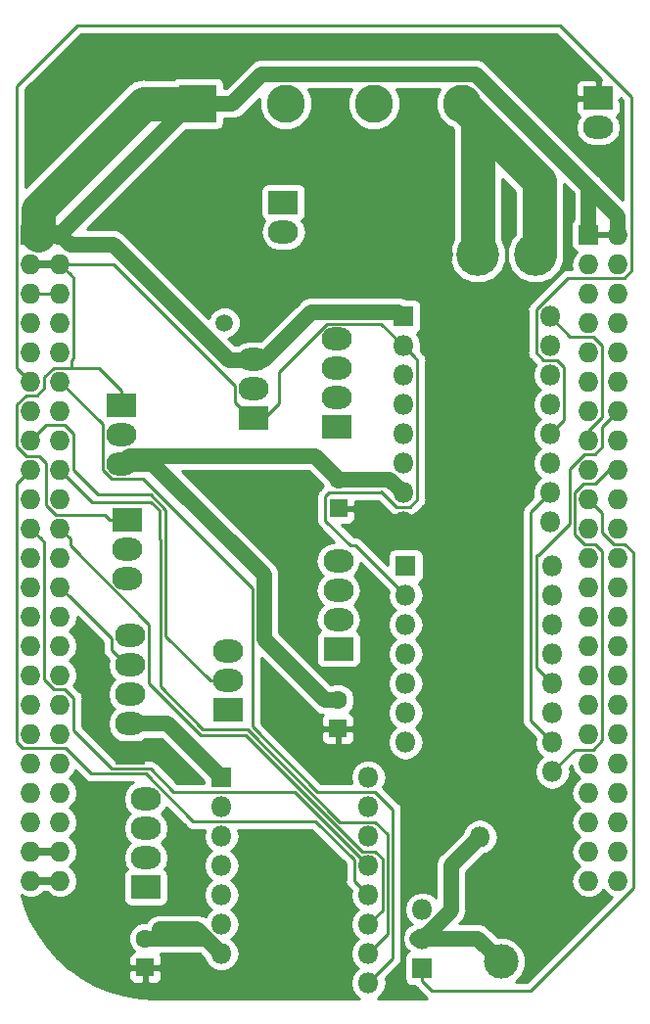
<source format=gbr>
G04 #@! TF.GenerationSoftware,KiCad,Pcbnew,5.0.1-33cea8e~68~ubuntu16.04.1*
G04 #@! TF.CreationDate,2019-04-24T21:21:49+02:00*
G04 #@! TF.ProjectId,BeagleBone-Black-Cape,426561676C65426F6E652D426C61636B,0.2*
G04 #@! TF.SameCoordinates,Original*
G04 #@! TF.FileFunction,Copper,L2,Bot,Signal*
G04 #@! TF.FilePolarity,Positive*
%FSLAX46Y46*%
G04 Gerber Fmt 4.6, Leading zero omitted, Abs format (unit mm)*
G04 Created by KiCad (PCBNEW 5.0.1-33cea8e~68~ubuntu16.04.1) date wo 24 apr 2019 21:21:49 CEST*
%MOMM*%
%LPD*%
G01*
G04 APERTURE LIST*
G04 #@! TA.AperFunction,ComponentPad*
%ADD10O,1.800000X1.800000*%
G04 #@! TD*
G04 #@! TA.AperFunction,ComponentPad*
%ADD11R,1.800000X1.800000*%
G04 #@! TD*
G04 #@! TA.AperFunction,ComponentPad*
%ADD12C,3.700000*%
G04 #@! TD*
G04 #@! TA.AperFunction,ComponentPad*
%ADD13R,3.300000X3.300000*%
G04 #@! TD*
G04 #@! TA.AperFunction,ComponentPad*
%ADD14C,3.300000*%
G04 #@! TD*
G04 #@! TA.AperFunction,ComponentPad*
%ADD15C,1.500000*%
G04 #@! TD*
G04 #@! TA.AperFunction,ComponentPad*
%ADD16R,2.600000X2.000000*%
G04 #@! TD*
G04 #@! TA.AperFunction,ComponentPad*
%ADD17O,2.600000X2.000000*%
G04 #@! TD*
G04 #@! TA.AperFunction,ComponentPad*
%ADD18R,1.600000X1.600000*%
G04 #@! TD*
G04 #@! TA.AperFunction,ComponentPad*
%ADD19C,1.600000*%
G04 #@! TD*
G04 #@! TA.AperFunction,ComponentPad*
%ADD20R,3.000000X3.000000*%
G04 #@! TD*
G04 #@! TA.AperFunction,ComponentPad*
%ADD21C,3.000000*%
G04 #@! TD*
G04 #@! TA.AperFunction,ComponentPad*
%ADD22O,1.727200X1.727200*%
G04 #@! TD*
G04 #@! TA.AperFunction,ComponentPad*
%ADD23R,1.727200X1.727200*%
G04 #@! TD*
G04 #@! TA.AperFunction,Conductor*
%ADD24C,0.250000*%
G04 #@! TD*
G04 #@! TA.AperFunction,Conductor*
%ADD25C,0.700000*%
G04 #@! TD*
G04 #@! TA.AperFunction,Conductor*
%ADD26C,0.500000*%
G04 #@! TD*
G04 #@! TA.AperFunction,Conductor*
%ADD27C,1.370000*%
G04 #@! TD*
G04 #@! TA.AperFunction,Conductor*
%ADD28C,3.000000*%
G04 #@! TD*
G04 #@! TA.AperFunction,Conductor*
%ADD29C,0.254000*%
G04 #@! TD*
G04 APERTURE END LIST*
D10*
G04 #@! TO.P,U3,8*
G04 #@! TO.N,X_DIR*
X145557240Y-109329220D03*
G04 #@! TO.P,U3,16*
G04 #@! TO.N,+24V*
X132857240Y-127109220D03*
G04 #@! TO.P,U3,7*
G04 #@! TO.N,X_STEP*
X145557240Y-111869220D03*
G04 #@! TO.P,U3,15*
G04 #@! TO.N,GND*
X132857240Y-124569220D03*
G04 #@! TO.P,U3,6*
G04 #@! TO.N,Net-(U3-Pad6)*
X145557240Y-114409220D03*
G04 #@! TO.P,U3,14*
G04 #@! TO.N,X_2B*
X132857240Y-122029220D03*
G04 #@! TO.P,U3,5*
G04 #@! TO.N,SPIO_DO*
X145557240Y-116949220D03*
G04 #@! TO.P,U3,13*
G04 #@! TO.N,X_2A*
X132857240Y-119489220D03*
G04 #@! TO.P,U3,4*
G04 #@! TO.N,SPI0_CSX*
X145557240Y-119489220D03*
G04 #@! TO.P,U3,12*
G04 #@! TO.N,X_1A*
X132857240Y-116949220D03*
G04 #@! TO.P,U3,3*
G04 #@! TO.N,SPIO_SCL*
X145557240Y-122029220D03*
G04 #@! TO.P,U3,11*
G04 #@! TO.N,X_1B*
X132857240Y-114409220D03*
G04 #@! TO.P,U3,2*
G04 #@! TO.N,SPIO_DI*
X145557240Y-124569220D03*
G04 #@! TO.P,U3,10*
G04 #@! TO.N,+3V3*
X132857240Y-111869220D03*
G04 #@! TO.P,U3,1*
G04 #@! TO.N,X_ENABLE*
X145557240Y-127109220D03*
D11*
G04 #@! TO.P,U3,9*
G04 #@! TO.N,GND*
X132857240Y-109329220D03*
G04 #@! TD*
D10*
G04 #@! TO.P,U5,8*
G04 #@! TO.N,Z_DIR*
X161500820Y-91066620D03*
G04 #@! TO.P,U5,16*
G04 #@! TO.N,+24V*
X148800820Y-108846620D03*
G04 #@! TO.P,U5,7*
G04 #@! TO.N,Z_STEP*
X161500820Y-93606620D03*
G04 #@! TO.P,U5,15*
G04 #@! TO.N,GND*
X148800820Y-106306620D03*
G04 #@! TO.P,U5,6*
G04 #@! TO.N,Net-(U5-Pad6)*
X161500820Y-96146620D03*
G04 #@! TO.P,U5,14*
G04 #@! TO.N,Z_2B*
X148800820Y-103766620D03*
G04 #@! TO.P,U5,5*
G04 #@! TO.N,SPIO_DO*
X161500820Y-98686620D03*
G04 #@! TO.P,U5,13*
G04 #@! TO.N,Z_2A*
X148800820Y-101226620D03*
G04 #@! TO.P,U5,4*
G04 #@! TO.N,SPIO_CSZ*
X161500820Y-101226620D03*
G04 #@! TO.P,U5,12*
G04 #@! TO.N,Z_1A*
X148800820Y-98686620D03*
G04 #@! TO.P,U5,3*
G04 #@! TO.N,SPIO_SCL*
X161500820Y-103766620D03*
G04 #@! TO.P,U5,11*
G04 #@! TO.N,Z_1B*
X148800820Y-96146620D03*
G04 #@! TO.P,U5,2*
G04 #@! TO.N,SPIO_DI*
X161500820Y-106306620D03*
G04 #@! TO.P,U5,10*
G04 #@! TO.N,+3V3*
X148800820Y-93606620D03*
G04 #@! TO.P,U5,1*
G04 #@! TO.N,Z_ENABLE*
X161500820Y-108846620D03*
D11*
G04 #@! TO.P,U5,9*
G04 #@! TO.N,GND*
X148800820Y-91066620D03*
G04 #@! TD*
D10*
G04 #@! TO.P,U4,8*
G04 #@! TO.N,Y_DIR*
X161300160Y-69479160D03*
G04 #@! TO.P,U4,16*
G04 #@! TO.N,+24V*
X148600160Y-87259160D03*
G04 #@! TO.P,U4,7*
G04 #@! TO.N,Y_STEP*
X161300160Y-72019160D03*
G04 #@! TO.P,U4,15*
G04 #@! TO.N,GND*
X148600160Y-84719160D03*
G04 #@! TO.P,U4,6*
G04 #@! TO.N,Net-(U4-Pad6)*
X161300160Y-74559160D03*
G04 #@! TO.P,U4,14*
G04 #@! TO.N,Y_2B*
X148600160Y-82179160D03*
G04 #@! TO.P,U4,5*
G04 #@! TO.N,SPIO_DO*
X161300160Y-77099160D03*
G04 #@! TO.P,U4,13*
G04 #@! TO.N,Y_2A*
X148600160Y-79639160D03*
G04 #@! TO.P,U4,4*
G04 #@! TO.N,SPIO_CSY*
X161300160Y-79639160D03*
G04 #@! TO.P,U4,12*
G04 #@! TO.N,Y_1A*
X148600160Y-77099160D03*
G04 #@! TO.P,U4,3*
G04 #@! TO.N,SPIO_SCL*
X161300160Y-82179160D03*
G04 #@! TO.P,U4,11*
G04 #@! TO.N,Y_1B*
X148600160Y-74559160D03*
G04 #@! TO.P,U4,2*
G04 #@! TO.N,SPIO_DI*
X161300160Y-84719160D03*
G04 #@! TO.P,U4,10*
G04 #@! TO.N,+3V3*
X148600160Y-72019160D03*
G04 #@! TO.P,U4,1*
G04 #@! TO.N,Y_ENABLE*
X161300160Y-87259160D03*
D11*
G04 #@! TO.P,U4,9*
G04 #@! TO.N,GND*
X148600160Y-69479160D03*
G04 #@! TD*
D12*
G04 #@! TO.P,F2,4*
G04 #@! TO.N,+24V*
X146025000Y-64109600D03*
G04 #@! TO.P,F2,3*
X151025000Y-64109600D03*
G04 #@! TO.P,F2,2*
G04 #@! TO.N,Net-(F2-Pad1)*
X155025000Y-64109600D03*
G04 #@! TO.P,F2,1*
X160025000Y-64109600D03*
G04 #@! TD*
D13*
G04 #@! TO.P,J1,1*
G04 #@! TO.N,GND*
X130804920Y-51054000D03*
D14*
G04 #@! TO.P,J1,4*
G04 #@! TO.N,Net-(F2-Pad1)*
X153664920Y-51054000D03*
G04 #@! TO.P,J1,2*
G04 #@! TO.N,Net-(F3-Pad2)*
X138424920Y-51054000D03*
G04 #@! TO.P,J1,3*
G04 #@! TO.N,Net-(F1-Pad2)*
X146044920Y-51054000D03*
G04 #@! TD*
D15*
G04 #@! TO.P,TP1,1*
G04 #@! TO.N,POT_W*
X133134100Y-70002400D03*
G04 #@! TD*
D16*
G04 #@! TO.P,J10,1*
G04 #@! TO.N,+3V3*
X135675000Y-78275000D03*
D17*
G04 #@! TO.P,J10,2*
G04 #@! TO.N,Z_PO*
X135675000Y-75735000D03*
G04 #@! TO.P,J10,3*
G04 #@! TO.N,GND*
X135675000Y-73195000D03*
G04 #@! TD*
D18*
G04 #@! TO.P,C5,1*
G04 #@! TO.N,+24V*
X142976600Y-86050120D03*
D19*
G04 #@! TO.P,C5,2*
G04 #@! TO.N,GND*
X142976600Y-83550120D03*
G04 #@! TD*
D18*
G04 #@! TO.P,C4,1*
G04 #@! TO.N,+24V*
X142950000Y-105125000D03*
D19*
G04 #@! TO.P,C4,2*
G04 #@! TO.N,GND*
X142950000Y-102625000D03*
G04 #@! TD*
D18*
G04 #@! TO.P,CP_1,1*
G04 #@! TO.N,+24V*
X126275000Y-125775000D03*
D19*
G04 #@! TO.P,CP_1,2*
G04 #@! TO.N,GND*
X126275000Y-123275000D03*
G04 #@! TD*
D16*
G04 #@! TO.P,J11,1*
G04 #@! TO.N,+24V*
X165450000Y-50575000D03*
D17*
G04 #@! TO.P,J11,2*
G04 #@! TO.N,Net-(D5-Pad2)*
X165450000Y-53115000D03*
G04 #@! TD*
D16*
G04 #@! TO.P,J4,1*
G04 #@! TO.N,+12V*
X138214100Y-59588400D03*
D17*
G04 #@! TO.P,J4,2*
G04 #@! TO.N,LDK*
X138214100Y-62128400D03*
G04 #@! TD*
D16*
G04 #@! TO.P,J3,1*
G04 #@! TO.N,+3V3*
X124752100Y-87020400D03*
D17*
G04 #@! TO.P,J3,2*
G04 #@! TO.N,PH_DIODE*
X124752100Y-89560400D03*
G04 #@! TO.P,J3,3*
G04 #@! TO.N,GND*
X124752100Y-92100400D03*
G04 #@! TD*
D16*
G04 #@! TO.P,J6,1*
G04 #@! TO.N,+3V3*
X133456680Y-103510080D03*
D17*
G04 #@! TO.P,J6,2*
G04 #@! TO.N,X_PO*
X133456680Y-100970080D03*
G04 #@! TO.P,J6,3*
G04 #@! TO.N,GND*
X133456680Y-98430080D03*
G04 #@! TD*
D16*
G04 #@! TO.P,J8,1*
G04 #@! TO.N,+3V3*
X124244100Y-77114400D03*
D17*
G04 #@! TO.P,J8,2*
G04 #@! TO.N,Y_PO*
X124244100Y-79654400D03*
G04 #@! TO.P,J8,3*
G04 #@! TO.N,GND*
X124244100Y-82194400D03*
G04 #@! TD*
D16*
G04 #@! TO.P,J5,1*
G04 #@! TO.N,X_2B*
X126314200Y-118826280D03*
D17*
G04 #@! TO.P,J5,2*
G04 #@! TO.N,X_2A*
X126314200Y-116286280D03*
G04 #@! TO.P,J5,3*
G04 #@! TO.N,X_1A*
X126314200Y-113746280D03*
G04 #@! TO.P,J5,4*
G04 #@! TO.N,X_1B*
X126314200Y-111206280D03*
G04 #@! TD*
D16*
G04 #@! TO.P,J9,1*
G04 #@! TO.N,Z_2B*
X142986760Y-98216720D03*
D17*
G04 #@! TO.P,J9,2*
G04 #@! TO.N,Z_2A*
X142986760Y-95676720D03*
G04 #@! TO.P,J9,3*
G04 #@! TO.N,Z_1A*
X142986760Y-93136720D03*
G04 #@! TO.P,J9,4*
G04 #@! TO.N,Z_1B*
X142986760Y-90596720D03*
G04 #@! TD*
D16*
G04 #@! TO.P,J7,1*
G04 #@! TO.N,Y_2B*
X142862300Y-79029560D03*
D17*
G04 #@! TO.P,J7,2*
G04 #@! TO.N,Y_2A*
X142862300Y-76489560D03*
G04 #@! TO.P,J7,3*
G04 #@! TO.N,Y_1A*
X142862300Y-73949560D03*
G04 #@! TO.P,J7,4*
G04 #@! TO.N,Y_1B*
X142862300Y-71409560D03*
G04 #@! TD*
D16*
G04 #@! TO.P,J2,1*
G04 #@! TO.N,+24V*
X124968000Y-107238800D03*
D17*
G04 #@! TO.P,J2,2*
G04 #@! TO.N,GND*
X124968000Y-104698800D03*
G04 #@! TO.P,J2,3*
G04 #@! TO.N,POLY_EN*
X124968000Y-102158800D03*
G04 #@! TO.P,J2,4*
G04 #@! TO.N,POLY_READY*
X124968000Y-99618800D03*
G04 #@! TO.P,J2,5*
G04 #@! TO.N,POLY_PWM*
X124968000Y-97078800D03*
G04 #@! TD*
D20*
G04 #@! TO.P,J12,1*
G04 #@! TO.N,+24V*
X157050000Y-120200000D03*
D21*
G04 #@! TO.P,J12,2*
G04 #@! TO.N,Net-(D4-Pad2)*
X157050000Y-125280000D03*
G04 #@! TD*
D22*
G04 #@! TO.P,P2,46*
G04 #@! TO.N,GND*
X118910100Y-118262400D03*
G04 #@! TO.P,P2,45*
X116370100Y-118262400D03*
G04 #@! TO.P,P2,44*
X118910100Y-115722400D03*
G04 #@! TO.P,P2,43*
X116370100Y-115722400D03*
G04 #@! TO.P,P2,42*
G04 #@! TO.N,X_DIR*
X118910100Y-113182400D03*
G04 #@! TO.P,P2,41*
G04 #@! TO.N,X_STEP*
X116370100Y-113182400D03*
G04 #@! TO.P,P2,40*
G04 #@! TO.N,Net-(P2-Pad40)*
X118910100Y-110642400D03*
G04 #@! TO.P,P2,39*
G04 #@! TO.N,Net-(P2-Pad39)*
X116370100Y-110642400D03*
G04 #@! TO.P,P2,38*
G04 #@! TO.N,Net-(P2-Pad38)*
X118910100Y-108102400D03*
G04 #@! TO.P,P2,37*
G04 #@! TO.N,Net-(P2-Pad37)*
X116370100Y-108102400D03*
G04 #@! TO.P,P2,36*
G04 #@! TO.N,Net-(P2-Pad36)*
X118910100Y-105562400D03*
G04 #@! TO.P,P2,35*
G04 #@! TO.N,Net-(P2-Pad35)*
X116370100Y-105562400D03*
G04 #@! TO.P,P2,34*
G04 #@! TO.N,Net-(P2-Pad34)*
X118910100Y-103022400D03*
G04 #@! TO.P,P2,33*
G04 #@! TO.N,Net-(P2-Pad33)*
X116370100Y-103022400D03*
G04 #@! TO.P,P2,32*
G04 #@! TO.N,Net-(P2-Pad32)*
X118910100Y-100482400D03*
G04 #@! TO.P,P2,31*
G04 #@! TO.N,Net-(P2-Pad31)*
X116370100Y-100482400D03*
G04 #@! TO.P,P2,30*
G04 #@! TO.N,POLY_PWM*
X118910100Y-97942400D03*
G04 #@! TO.P,P2,29*
G04 #@! TO.N,Net-(P2-Pad29)*
X116370100Y-97942400D03*
G04 #@! TO.P,P2,28*
G04 #@! TO.N,Net-(P2-Pad28)*
X118910100Y-95402400D03*
G04 #@! TO.P,P2,27*
G04 #@! TO.N,IC_HB_PWM2*
X116370100Y-95402400D03*
G04 #@! TO.P,P2,26*
G04 #@! TO.N,POLY_READY*
X118910100Y-92862400D03*
G04 #@! TO.P,P2,25*
G04 #@! TO.N,IC_HB_PWM1*
X116370100Y-92862400D03*
G04 #@! TO.P,P2,24*
G04 #@! TO.N,PH_DIODE*
X118910100Y-90322400D03*
G04 #@! TO.P,P2,23*
G04 #@! TO.N,POLY_EN*
X116370100Y-90322400D03*
G04 #@! TO.P,P2,22*
G04 #@! TO.N,SPIO_SCL*
X118910100Y-87782400D03*
G04 #@! TO.P,P2,21*
G04 #@! TO.N,SPIO_DO*
X116370100Y-87782400D03*
G04 #@! TO.P,P2,20*
G04 #@! TO.N,POT_SDA*
X118910100Y-85242400D03*
G04 #@! TO.P,P2,19*
G04 #@! TO.N,POT_SCL*
X116370100Y-85242400D03*
G04 #@! TO.P,P2,18*
G04 #@! TO.N,SPIO_DI*
X118910100Y-82702400D03*
G04 #@! TO.P,P2,17*
G04 #@! TO.N,SPI0_CSX*
X116370100Y-82702400D03*
G04 #@! TO.P,P2,16*
G04 #@! TO.N,Z_PO*
X118910100Y-80162400D03*
G04 #@! TO.P,P2,15*
G04 #@! TO.N,X_PO*
X116370100Y-80162400D03*
G04 #@! TO.P,P2,14*
G04 #@! TO.N,Y_PO*
X118910100Y-77622400D03*
G04 #@! TO.P,P2,13*
G04 #@! TO.N,Net-(P2-Pad13)*
X116370100Y-77622400D03*
G04 #@! TO.P,P2,12*
G04 #@! TO.N,X_ENABLE*
X118910100Y-75082400D03*
G04 #@! TO.P,P2,11*
G04 #@! TO.N,SPIO_CSY*
X116370100Y-75082400D03*
G04 #@! TO.P,P2,10*
G04 #@! TO.N,Net-(P2-Pad10)*
X118910100Y-72542400D03*
G04 #@! TO.P,P2,9*
G04 #@! TO.N,Net-(P2-Pad9)*
X116370100Y-72542400D03*
G04 #@! TO.P,P2,8*
G04 #@! TO.N,Net-(P2-Pad8)*
X118910100Y-70002400D03*
G04 #@! TO.P,P2,7*
G04 #@! TO.N,Net-(P2-Pad7)*
X116370100Y-70002400D03*
G04 #@! TO.P,P2,6*
G04 #@! TO.N,+5V*
X118910100Y-67462400D03*
G04 #@! TO.P,P2,5*
X116370100Y-67462400D03*
G04 #@! TO.P,P2,4*
G04 #@! TO.N,+3V3*
X118910100Y-64922400D03*
G04 #@! TO.P,P2,3*
X116370100Y-64922400D03*
G04 #@! TO.P,P2,2*
G04 #@! TO.N,GND*
X118910100Y-62382400D03*
D23*
G04 #@! TO.P,P2,1*
X116370100Y-62382400D03*
G04 #@! TD*
D22*
G04 #@! TO.P,P1,46*
G04 #@! TO.N,Net-(P1-Pad46)*
X167170100Y-118262400D03*
G04 #@! TO.P,P1,45*
G04 #@! TO.N,Net-(P1-Pad45)*
X164630100Y-118262400D03*
G04 #@! TO.P,P1,44*
G04 #@! TO.N,Net-(P1-Pad44)*
X167170100Y-115722400D03*
G04 #@! TO.P,P1,43*
G04 #@! TO.N,Net-(P1-Pad43)*
X164630100Y-115722400D03*
G04 #@! TO.P,P1,42*
G04 #@! TO.N,Net-(P1-Pad42)*
X167170100Y-113182400D03*
G04 #@! TO.P,P1,41*
G04 #@! TO.N,Net-(P1-Pad41)*
X164630100Y-113182400D03*
G04 #@! TO.P,P1,40*
G04 #@! TO.N,Net-(P1-Pad40)*
X167170100Y-110642400D03*
G04 #@! TO.P,P1,39*
G04 #@! TO.N,Net-(P1-Pad39)*
X164630100Y-110642400D03*
G04 #@! TO.P,P1,38*
G04 #@! TO.N,Net-(P1-Pad38)*
X167170100Y-108102400D03*
G04 #@! TO.P,P1,37*
G04 #@! TO.N,Net-(P1-Pad37)*
X164630100Y-108102400D03*
G04 #@! TO.P,P1,36*
G04 #@! TO.N,Net-(P1-Pad36)*
X167170100Y-105562400D03*
G04 #@! TO.P,P1,35*
G04 #@! TO.N,Net-(P1-Pad35)*
X164630100Y-105562400D03*
G04 #@! TO.P,P1,34*
G04 #@! TO.N,Net-(P1-Pad34)*
X167170100Y-103022400D03*
G04 #@! TO.P,P1,33*
G04 #@! TO.N,Net-(P1-Pad33)*
X164630100Y-103022400D03*
G04 #@! TO.P,P1,32*
G04 #@! TO.N,Net-(P1-Pad32)*
X167170100Y-100482400D03*
G04 #@! TO.P,P1,31*
G04 #@! TO.N,Net-(P1-Pad31)*
X164630100Y-100482400D03*
G04 #@! TO.P,P1,30*
G04 #@! TO.N,Net-(P1-Pad30)*
X167170100Y-97942400D03*
G04 #@! TO.P,P1,29*
G04 #@! TO.N,Net-(P1-Pad29)*
X164630100Y-97942400D03*
G04 #@! TO.P,P1,28*
G04 #@! TO.N,Net-(P1-Pad28)*
X167170100Y-95402400D03*
G04 #@! TO.P,P1,27*
G04 #@! TO.N,Net-(P1-Pad27)*
X164630100Y-95402400D03*
G04 #@! TO.P,P1,26*
G04 #@! TO.N,Net-(P1-Pad26)*
X167170100Y-92862400D03*
G04 #@! TO.P,P1,25*
G04 #@! TO.N,Net-(P1-Pad25)*
X164630100Y-92862400D03*
G04 #@! TO.P,P1,24*
G04 #@! TO.N,Net-(P1-Pad24)*
X167170100Y-90322400D03*
G04 #@! TO.P,P1,23*
G04 #@! TO.N,Net-(P1-Pad23)*
X164630100Y-90322400D03*
G04 #@! TO.P,P1,22*
G04 #@! TO.N,Net-(P1-Pad22)*
X167170100Y-87782400D03*
G04 #@! TO.P,P1,21*
G04 #@! TO.N,Net-(P1-Pad21)*
X164630100Y-87782400D03*
G04 #@! TO.P,P1,20*
G04 #@! TO.N,Net-(P1-Pad20)*
X167170100Y-85242400D03*
G04 #@! TO.P,P1,19*
G04 #@! TO.N,SPINDLE_PWM*
X164630100Y-85242400D03*
G04 #@! TO.P,P1,18*
G04 #@! TO.N,Z_ENABLE*
X167170100Y-82702400D03*
G04 #@! TO.P,P1,17*
G04 #@! TO.N,Z_DIR*
X164630100Y-82702400D03*
G04 #@! TO.P,P1,16*
G04 #@! TO.N,Z_STEP*
X167170100Y-80162400D03*
G04 #@! TO.P,P1,15*
G04 #@! TO.N,Y_DIR*
X164630100Y-80162400D03*
G04 #@! TO.P,P1,14*
G04 #@! TO.N,SPIO_CSZ*
X167170100Y-77622400D03*
G04 #@! TO.P,P1,13*
G04 #@! TO.N,FAN_PWM*
X164630100Y-77622400D03*
G04 #@! TO.P,P1,12*
G04 #@! TO.N,Y_STEP*
X167170100Y-75082400D03*
G04 #@! TO.P,P1,11*
G04 #@! TO.N,Y_ENABLE*
X164630100Y-75082400D03*
G04 #@! TO.P,P1,10*
G04 #@! TO.N,Net-(P1-Pad10)*
X167170100Y-72542400D03*
G04 #@! TO.P,P1,9*
G04 #@! TO.N,Net-(P1-Pad9)*
X164630100Y-72542400D03*
G04 #@! TO.P,P1,8*
G04 #@! TO.N,Net-(P1-Pad8)*
X167170100Y-70002400D03*
G04 #@! TO.P,P1,7*
G04 #@! TO.N,Net-(P1-Pad7)*
X164630100Y-70002400D03*
G04 #@! TO.P,P1,6*
G04 #@! TO.N,Net-(P1-Pad6)*
X167170100Y-67462400D03*
G04 #@! TO.P,P1,5*
G04 #@! TO.N,Net-(P1-Pad5)*
X164630100Y-67462400D03*
G04 #@! TO.P,P1,4*
G04 #@! TO.N,Net-(P1-Pad4)*
X167170100Y-64922400D03*
G04 #@! TO.P,P1,3*
G04 #@! TO.N,Net-(P1-Pad3)*
X164630100Y-64922400D03*
G04 #@! TO.P,P1,2*
G04 #@! TO.N,GND*
X167170100Y-62382400D03*
D23*
G04 #@! TO.P,P1,1*
X164630100Y-62382400D03*
G04 #@! TD*
D11*
G04 #@! TO.P,D4,1*
G04 #@! TO.N,+24V*
X160312100Y-114452400D03*
D10*
G04 #@! TO.P,D4,2*
G04 #@! TO.N,Net-(D4-Pad2)*
X155232100Y-114452400D03*
G04 #@! TD*
D11*
G04 #@! TO.P,Q1,1*
G04 #@! TO.N,SPINDLE_PWM*
X150250000Y-125825000D03*
D10*
G04 #@! TO.P,Q1,2*
G04 #@! TO.N,Net-(D4-Pad2)*
X150250000Y-123285000D03*
G04 #@! TO.P,Q1,3*
G04 #@! TO.N,GND*
X150250000Y-120745000D03*
G04 #@! TD*
D24*
G04 #@! TO.N,+3V3*
X124244100Y-77114400D02*
X123944100Y-77114400D01*
D25*
X116370100Y-64922400D02*
X118910100Y-64922400D01*
D24*
X136182100Y-78333600D02*
X134632100Y-78333600D01*
X136482100Y-78333600D02*
X136182100Y-78333600D01*
X137807110Y-77008590D02*
X136482100Y-78333600D01*
X137807110Y-74290903D02*
X137807110Y-77008590D01*
X142013463Y-70084550D02*
X137807110Y-74290903D01*
X146665550Y-70084550D02*
X142013463Y-70084550D01*
X148600160Y-72019160D02*
X146665550Y-70084550D01*
X118339571Y-73893799D02*
X119480629Y-73893799D01*
X115962369Y-76271001D02*
X116940629Y-76271001D01*
X117558701Y-74674669D02*
X118339571Y-73893799D01*
X115181499Y-80732929D02*
X115181499Y-77051871D01*
X115962369Y-81513799D02*
X115181499Y-80732929D01*
X117558701Y-75652929D02*
X117558701Y-74674669D01*
X117073799Y-81513799D02*
X115962369Y-81513799D01*
X116940629Y-76271001D02*
X117558701Y-75652929D01*
X117721499Y-82161499D02*
X117073799Y-81513799D01*
X118502369Y-86593799D02*
X117721499Y-85812929D01*
X117721499Y-85812929D02*
X117721499Y-82161499D01*
X122775499Y-86593799D02*
X118502369Y-86593799D01*
X123202100Y-87020400D02*
X122775499Y-86593799D01*
X115181499Y-77051871D02*
X115962369Y-76271001D01*
X124752100Y-87020400D02*
X123202100Y-87020400D01*
X118910100Y-64922400D02*
X123522400Y-64922400D01*
X123522400Y-64922400D02*
X134025000Y-75425000D01*
X135375000Y-78275000D02*
X135675000Y-78275000D01*
X134025000Y-76925000D02*
X135375000Y-78275000D01*
X134025000Y-75425000D02*
X134025000Y-76925000D01*
X124244100Y-75864400D02*
X122273499Y-73893799D01*
X124244100Y-77114400D02*
X124244100Y-75864400D01*
X119773699Y-65785999D02*
X118910100Y-64922400D01*
X120098701Y-66111001D02*
X119773699Y-65785999D01*
X120098701Y-73112929D02*
X120098701Y-66111001D01*
X119925000Y-73286630D02*
X120098701Y-73112929D01*
X119925000Y-73893799D02*
X119925000Y-73286630D01*
X122273499Y-73893799D02*
X119925000Y-73893799D01*
X119925000Y-73893799D02*
X118339571Y-73893799D01*
X146599879Y-84675121D02*
X146714870Y-84560130D01*
X144465910Y-89271710D02*
X144013188Y-89271710D01*
X148800820Y-93606620D02*
X144465910Y-89271710D01*
X141851599Y-87110121D02*
X141851599Y-84990119D01*
X144013188Y-89271710D02*
X141851599Y-87110121D01*
X141851599Y-84990119D02*
X142166597Y-84675121D01*
X142166597Y-84675121D02*
X146599879Y-84675121D01*
X149500159Y-72919159D02*
X148600160Y-72019160D01*
X149825161Y-73244161D02*
X149500159Y-72919159D01*
X149825161Y-85307161D02*
X149825161Y-73244161D01*
X149188161Y-85944161D02*
X149825161Y-85307161D01*
X148012159Y-85944161D02*
X149188161Y-85944161D01*
X146714870Y-84646872D02*
X148012159Y-85944161D01*
X146714870Y-84560130D02*
X146714870Y-84646872D01*
G04 #@! TO.N,+5V*
X116370100Y-67462400D02*
X118910100Y-67462400D01*
G04 #@! TO.N,GND*
X124244100Y-82194400D02*
X124544100Y-82194400D01*
D25*
X116370100Y-115722400D02*
X118910100Y-115722400D01*
X116370100Y-118262400D02*
X118910100Y-118262400D01*
D26*
X164630100Y-62382400D02*
X167170100Y-62382400D01*
D27*
X128226820Y-104698800D02*
X132857240Y-109329220D01*
X124968000Y-104698800D02*
X128226820Y-104698800D01*
X130756020Y-122468000D02*
X127508000Y-122468000D01*
X132857240Y-124569220D02*
X130756020Y-122468000D01*
X130238500Y-51054000D02*
X130804920Y-51054000D01*
X118910100Y-62382400D02*
X130238500Y-51054000D01*
X127784920Y-51054000D02*
X130804920Y-51054000D01*
X125464900Y-51054000D02*
X127784920Y-51054000D01*
X116370100Y-60148800D02*
X125464900Y-51054000D01*
X116370100Y-62382400D02*
X116370100Y-60148800D01*
X133512100Y-73253600D02*
X136182100Y-73253600D01*
X123504499Y-63245999D02*
X133512100Y-73253600D01*
X119773699Y-63245999D02*
X123504499Y-63245999D01*
X118910100Y-62382400D02*
X119773699Y-63245999D01*
X148195540Y-69074540D02*
X148600160Y-69479160D01*
X140661160Y-69074540D02*
X148195540Y-69074540D01*
X136482100Y-73253600D02*
X140661160Y-69074540D01*
X136182100Y-73253600D02*
X136482100Y-73253600D01*
D28*
X117006509Y-60202411D02*
X117006509Y-62382400D01*
X130804920Y-51054000D02*
X126154920Y-51054000D01*
X126154920Y-51054000D02*
X117006509Y-60202411D01*
D27*
X126914100Y-82194400D02*
X124244100Y-82194400D01*
X136541707Y-91822007D02*
X126914100Y-82194400D01*
X136541707Y-97348077D02*
X136541707Y-91822007D01*
X141818630Y-102625000D02*
X136541707Y-97348077D01*
X142950000Y-102625000D02*
X141818630Y-102625000D01*
X147431120Y-83550120D02*
X148600160Y-84719160D01*
X142976600Y-83550120D02*
X147431120Y-83550120D01*
X124899090Y-81539410D02*
X124244100Y-82194400D01*
X140965890Y-81539410D02*
X124899090Y-81539410D01*
X142976600Y-83550120D02*
X140965890Y-81539410D01*
X131563020Y-123275000D02*
X132857240Y-124569220D01*
X126275000Y-123275000D02*
X131563020Y-123275000D01*
X167170100Y-61161086D02*
X167170100Y-62382400D01*
X167170100Y-60807378D02*
X167170100Y-61161086D01*
X154881721Y-48518999D02*
X167170100Y-60807378D01*
X133824920Y-51054000D02*
X130804920Y-51054000D01*
X136359921Y-48518999D02*
X133824920Y-51054000D01*
X154881721Y-48518999D02*
X136359921Y-48518999D01*
X164630100Y-58267378D02*
X154881721Y-48518999D01*
X164630100Y-62382400D02*
X164630100Y-58267378D01*
G04 #@! TO.N,Net-(D4-Pad2)*
X150281500Y-123253500D02*
X149819360Y-123253500D01*
X152720009Y-120814991D02*
X150281500Y-123253500D01*
X152720009Y-116964491D02*
X152720009Y-120814991D01*
X155232100Y-114452400D02*
X152720009Y-116964491D01*
X155055000Y-123285000D02*
X157050000Y-125280000D01*
X150250000Y-123285000D02*
X155055000Y-123285000D01*
D24*
G04 #@! TO.N,SPINDLE_PWM*
X151035741Y-127760741D02*
X150250000Y-126975000D01*
X159607687Y-127760741D02*
X151035741Y-127760741D01*
X168475000Y-118893428D02*
X159607687Y-127760741D01*
X165818701Y-86431001D02*
X165818701Y-88190131D01*
X164630100Y-85242400D02*
X165818701Y-86431001D01*
X165818701Y-88190131D02*
X166762369Y-89133799D01*
X166762369Y-89133799D02*
X167740629Y-89133799D01*
X167740629Y-89133799D02*
X168475000Y-89868170D01*
X168475000Y-89868170D02*
X168475000Y-118893428D01*
X150250000Y-126975000D02*
X150250000Y-125825000D01*
G04 #@! TO.N,Z_ENABLE*
X165166630Y-83925000D02*
X166389230Y-82702400D01*
X164188370Y-83925000D02*
X165166630Y-83925000D01*
X163425000Y-88336430D02*
X163425000Y-84688370D01*
X163425000Y-84688370D02*
X164188370Y-83925000D01*
X164222369Y-89133799D02*
X163425000Y-88336430D01*
X165200629Y-89133799D02*
X164222369Y-89133799D01*
X165818701Y-89751871D02*
X165200629Y-89133799D01*
X165818701Y-106132929D02*
X165818701Y-89751871D01*
X166389230Y-82702400D02*
X167170100Y-82702400D01*
X165037831Y-106913799D02*
X165818701Y-106132929D01*
X163433641Y-106913799D02*
X165037831Y-106913799D01*
X161500820Y-108846620D02*
X163433641Y-106913799D01*
G04 #@! TO.N,SPIO_DI*
X126749512Y-85496400D02*
X121704100Y-85496400D01*
X127493030Y-88685032D02*
X127493029Y-86239917D01*
X127606398Y-88798400D02*
X127493030Y-88685032D01*
X127606399Y-101481399D02*
X127606398Y-88798400D01*
X131275000Y-105150000D02*
X127606399Y-101481399D01*
X121704100Y-85496400D02*
X118910100Y-82702400D01*
X145557240Y-124569220D02*
X147232251Y-122894209D01*
X147232251Y-114271229D02*
X146145241Y-113184219D01*
X146145241Y-113184219D02*
X143134219Y-113184219D01*
X147232251Y-122894209D02*
X147232251Y-114271229D01*
X143134219Y-113184219D02*
X135100000Y-105150000D01*
X127493029Y-86239917D02*
X126749512Y-85496400D01*
X135100000Y-105150000D02*
X131275000Y-105150000D01*
X160400161Y-85619159D02*
X161300160Y-84719160D01*
X159625150Y-86394170D02*
X160400161Y-85619159D01*
X159625150Y-104430950D02*
X159625150Y-86394170D01*
X161500820Y-106306620D02*
X159625150Y-104430950D01*
G04 #@! TO.N,SPIO_SCL*
X146782241Y-120804219D02*
X145557240Y-122029220D01*
X146145241Y-115724219D02*
X146782241Y-116361219D01*
X135007189Y-105700000D02*
X145031408Y-115724219D01*
X131125000Y-105700000D02*
X135007189Y-105700000D01*
X146782241Y-116361219D02*
X146782241Y-120804219D01*
X131100000Y-105675000D02*
X131125000Y-105700000D01*
X118910100Y-87782400D02*
X119773699Y-88645999D01*
X119773699Y-89295846D02*
X126593010Y-96115157D01*
X145031408Y-115724219D02*
X146145241Y-115724219D01*
X126593010Y-96115157D02*
X126593010Y-101193010D01*
X119773699Y-88645999D02*
X119773699Y-89295846D01*
X126593010Y-101193010D02*
X131075000Y-105675000D01*
X131075000Y-105675000D02*
X131100000Y-105675000D01*
G04 #@! TO.N,SPIO_CSZ*
X165818701Y-78973799D02*
X167170100Y-77622400D01*
X161500820Y-101226620D02*
X160150000Y-99875800D01*
X165818701Y-80732929D02*
X165818701Y-78973799D01*
X164273999Y-81351001D02*
X165200629Y-81351001D01*
X162974990Y-82650010D02*
X164273999Y-81351001D01*
X165200629Y-81351001D02*
X165818701Y-80732929D01*
X162974990Y-87397332D02*
X162974990Y-82650010D01*
X160297322Y-90075000D02*
X162974990Y-87397332D01*
X160150000Y-90075000D02*
X160297322Y-90075000D01*
X160150000Y-99875800D02*
X160150000Y-90075000D01*
G04 #@! TO.N,SPIO_DO*
X117233699Y-88645999D02*
X116370100Y-87782400D01*
X117558701Y-88971001D02*
X117233699Y-88645999D01*
X117558701Y-100890131D02*
X117558701Y-88971001D01*
X119317831Y-101671001D02*
X118339571Y-101671001D01*
X120098701Y-105254503D02*
X120098701Y-102451871D01*
X123407999Y-108563801D02*
X120098701Y-105254503D01*
X120098701Y-102451871D02*
X119317831Y-101671001D01*
X126737501Y-108563801D02*
X123407999Y-108563801D01*
X128727921Y-110554221D02*
X126737501Y-108563801D01*
X118339571Y-101671001D02*
X117558701Y-100890131D01*
X133100000Y-110554221D02*
X128727921Y-110554221D01*
X133355243Y-110554221D02*
X133100000Y-110554221D01*
X139225000Y-110554221D02*
X133100000Y-110554221D01*
X144305000Y-115634221D02*
X139225000Y-110554221D01*
X144305000Y-115696980D02*
X145557240Y-116949220D01*
X144305000Y-115634221D02*
X144305000Y-115696980D01*
G04 #@! TO.N,Y_DIR*
X164630100Y-79381530D02*
X164630100Y-80162400D01*
X165818701Y-78192929D02*
X164630100Y-79381530D01*
X165818701Y-71971871D02*
X165818701Y-78192929D01*
X165037831Y-71191001D02*
X165818701Y-71971871D01*
X161300160Y-69479160D02*
X163012001Y-71191001D01*
X163012001Y-71191001D02*
X165037831Y-71191001D01*
G04 #@! TO.N,SPIO_CSY*
X162156000Y-44300000D02*
X120400000Y-44300000D01*
X168358701Y-65492929D02*
X168358701Y-50502701D01*
X167740629Y-66111001D02*
X168358701Y-65492929D01*
X162855317Y-66111001D02*
X167740629Y-66111001D01*
X115181499Y-49518501D02*
X115181499Y-73893799D01*
X160075159Y-68891159D02*
X162855317Y-66111001D01*
X120400000Y-44300000D02*
X115181499Y-49518501D01*
X160075159Y-72607161D02*
X160075159Y-68891159D01*
X160712159Y-73244161D02*
X160075159Y-72607161D01*
X115181499Y-73893799D02*
X116370100Y-75082400D01*
X161888161Y-73244161D02*
X160712159Y-73244161D01*
X162525161Y-73881161D02*
X161888161Y-73244161D01*
X168358701Y-50502701D02*
X162156000Y-44300000D01*
X162525161Y-78414159D02*
X162525161Y-73881161D01*
X161300160Y-79639160D02*
X162525161Y-78414159D01*
G04 #@! TO.N,X_ENABLE*
X147682261Y-124984198D02*
X145557240Y-127109220D01*
X147682261Y-112107261D02*
X147682261Y-124984198D01*
X146129221Y-110554221D02*
X147682261Y-112107261D01*
X141140631Y-110554221D02*
X146129221Y-110554221D01*
X135531699Y-104945289D02*
X141140631Y-110554221D01*
X118910100Y-75082400D02*
X122619090Y-78791390D01*
X122619090Y-78791390D02*
X122619090Y-82743237D01*
X122619090Y-82743237D02*
X123395263Y-83519410D01*
X123395263Y-83519410D02*
X126045342Y-83519410D01*
X126045342Y-83519410D02*
X135531699Y-93005767D01*
X135531699Y-93005767D02*
X135531699Y-104945289D01*
G04 #@! TO.N,SPI0_CSX*
X116370100Y-82702400D02*
X115181499Y-83891001D01*
X119351001Y-106751001D02*
X115632500Y-106751001D01*
X121613811Y-109013811D02*
X119351001Y-106751001D01*
X130375988Y-113094221D02*
X126295578Y-109013811D01*
X115632500Y-106751001D02*
X115181499Y-106300000D01*
X126295578Y-109013811D02*
X121613811Y-109013811D01*
X115181499Y-83891001D02*
X115181499Y-106300000D01*
X133394221Y-113094221D02*
X132900000Y-113094221D01*
X132900000Y-113094221D02*
X130375988Y-113094221D01*
X144325000Y-118256980D02*
X145557240Y-119489220D01*
X144325000Y-116425000D02*
X144325000Y-118256980D01*
X132900000Y-113094221D02*
X140994221Y-113094221D01*
X140994221Y-113094221D02*
X144325000Y-116425000D01*
G04 #@! TO.N,POLY_READY*
X119773699Y-93725999D02*
X118910100Y-92862400D01*
X123342990Y-97295290D02*
X119773699Y-93725999D01*
X123342990Y-98293790D02*
X123342990Y-97295290D01*
X124668000Y-99618800D02*
X123342990Y-98293790D01*
X124968000Y-99618800D02*
X124668000Y-99618800D01*
G04 #@! TO.N,X_PO*
X117233699Y-79298801D02*
X116370100Y-80162400D01*
X117721499Y-78811001D02*
X117233699Y-79298801D01*
X119317831Y-78811001D02*
X117721499Y-78811001D01*
X120098701Y-80518000D02*
X120098701Y-79591871D01*
X120098701Y-80732929D02*
X120098701Y-80518000D01*
X120098701Y-79591871D02*
X119317831Y-78811001D01*
X131906680Y-100970080D02*
X133456680Y-100970080D01*
X120098701Y-82760701D02*
X122194478Y-84856478D01*
X120098701Y-80518000D02*
X120098701Y-82760701D01*
X122194478Y-84856478D02*
X126746000Y-84856478D01*
X126746000Y-84856478D02*
X128056408Y-86166886D01*
X128056408Y-86166886D02*
X128056408Y-97119808D01*
X128056408Y-97119808D02*
X131906680Y-100970080D01*
D28*
G04 #@! TO.N,Net-(F2-Pad1)*
X160376880Y-57765960D02*
X153664920Y-51054000D01*
X160376880Y-64109600D02*
X160376880Y-57765960D01*
X155025000Y-52414080D02*
X155025000Y-64109600D01*
X153664920Y-51054000D02*
X155025000Y-52414080D01*
G04 #@! TD*
D29*
G04 #@! TO.N,+24V*
G36*
X121023481Y-109498283D02*
X121065882Y-109561740D01*
X121317274Y-109729715D01*
X121538959Y-109773811D01*
X121538963Y-109773811D01*
X121613811Y-109788699D01*
X121688659Y-109773811D01*
X125215120Y-109773811D01*
X124835431Y-110027511D01*
X124474064Y-110568335D01*
X124347169Y-111206280D01*
X124474064Y-111844225D01*
X124835431Y-112385049D01*
X124971968Y-112476280D01*
X124835431Y-112567511D01*
X124474064Y-113108335D01*
X124347169Y-113746280D01*
X124474064Y-114384225D01*
X124835431Y-114925049D01*
X124971968Y-115016280D01*
X124835431Y-115107511D01*
X124474064Y-115648335D01*
X124347169Y-116286280D01*
X124474064Y-116924225D01*
X124704689Y-117269380D01*
X124556391Y-117368471D01*
X124416043Y-117578515D01*
X124366760Y-117826280D01*
X124366760Y-119826280D01*
X124416043Y-120074045D01*
X124556391Y-120284089D01*
X124766435Y-120424437D01*
X125014200Y-120473720D01*
X127614200Y-120473720D01*
X127861965Y-120424437D01*
X128072009Y-120284089D01*
X128212357Y-120074045D01*
X128261640Y-119826280D01*
X128261640Y-117826280D01*
X128212357Y-117578515D01*
X128072009Y-117368471D01*
X127923711Y-117269380D01*
X128154336Y-116924225D01*
X128281231Y-116286280D01*
X128154336Y-115648335D01*
X127792969Y-115107511D01*
X127656432Y-115016280D01*
X127792969Y-114925049D01*
X128154336Y-114384225D01*
X128281231Y-113746280D01*
X128154336Y-113108335D01*
X127792969Y-112567511D01*
X127656432Y-112476280D01*
X127792969Y-112385049D01*
X128113022Y-111906056D01*
X129785658Y-113578693D01*
X129828059Y-113642150D01*
X130079451Y-113810125D01*
X130301136Y-113854221D01*
X130301140Y-113854221D01*
X130375987Y-113869109D01*
X130450834Y-113854221D01*
X131402564Y-113854221D01*
X131292168Y-114409220D01*
X131411302Y-115008147D01*
X131750567Y-115515893D01*
X131995003Y-115679220D01*
X131750567Y-115842547D01*
X131411302Y-116350293D01*
X131292168Y-116949220D01*
X131411302Y-117548147D01*
X131750567Y-118055893D01*
X131995003Y-118219220D01*
X131750567Y-118382547D01*
X131411302Y-118890293D01*
X131292168Y-119489220D01*
X131411302Y-120088147D01*
X131750567Y-120595893D01*
X131995003Y-120759220D01*
X131750567Y-120922547D01*
X131463038Y-121352864D01*
X131271058Y-121224587D01*
X130886028Y-121148000D01*
X130886026Y-121148000D01*
X130756020Y-121122140D01*
X130626014Y-121148000D01*
X127377992Y-121148000D01*
X126992962Y-121224587D01*
X126556333Y-121516333D01*
X126340066Y-121840000D01*
X125989561Y-121840000D01*
X125462138Y-122058466D01*
X125058466Y-122462138D01*
X124840000Y-122989561D01*
X124840000Y-123560439D01*
X125058466Y-124087862D01*
X125321759Y-124351155D01*
X125115301Y-124436673D01*
X124936673Y-124615302D01*
X124840000Y-124848691D01*
X124840000Y-125489250D01*
X124998750Y-125648000D01*
X126148000Y-125648000D01*
X126148000Y-125628000D01*
X126402000Y-125628000D01*
X126402000Y-125648000D01*
X127551250Y-125648000D01*
X127710000Y-125489250D01*
X127710000Y-124848691D01*
X127613327Y-124615302D01*
X127593025Y-124595000D01*
X131016258Y-124595000D01*
X131367078Y-124945820D01*
X131411302Y-125168147D01*
X131750567Y-125675893D01*
X132258313Y-126015158D01*
X132706058Y-126104220D01*
X133008422Y-126104220D01*
X133456167Y-126015158D01*
X133963913Y-125675893D01*
X134303178Y-125168147D01*
X134422312Y-124569220D01*
X134303178Y-123970293D01*
X133963913Y-123462547D01*
X133719477Y-123299220D01*
X133963913Y-123135893D01*
X134303178Y-122628147D01*
X134422312Y-122029220D01*
X134303178Y-121430293D01*
X133963913Y-120922547D01*
X133719477Y-120759220D01*
X133963913Y-120595893D01*
X134303178Y-120088147D01*
X134422312Y-119489220D01*
X134303178Y-118890293D01*
X133963913Y-118382547D01*
X133719477Y-118219220D01*
X133963913Y-118055893D01*
X134303178Y-117548147D01*
X134422312Y-116949220D01*
X134303178Y-116350293D01*
X133963913Y-115842547D01*
X133719477Y-115679220D01*
X133963913Y-115515893D01*
X134303178Y-115008147D01*
X134422312Y-114409220D01*
X134311916Y-113854221D01*
X140679420Y-113854221D01*
X143565000Y-116739802D01*
X143565001Y-118182128D01*
X143550112Y-118256980D01*
X143609097Y-118553517D01*
X143686391Y-118669195D01*
X143777072Y-118804909D01*
X143840528Y-118847309D01*
X144073509Y-119080290D01*
X143992168Y-119489220D01*
X144111302Y-120088147D01*
X144450567Y-120595893D01*
X144695003Y-120759220D01*
X144450567Y-120922547D01*
X144111302Y-121430293D01*
X143992168Y-122029220D01*
X144111302Y-122628147D01*
X144450567Y-123135893D01*
X144695003Y-123299220D01*
X144450567Y-123462547D01*
X144111302Y-123970293D01*
X143992168Y-124569220D01*
X144111302Y-125168147D01*
X144450567Y-125675893D01*
X144695003Y-125839220D01*
X144450567Y-126002547D01*
X144111302Y-126510293D01*
X143992168Y-127109220D01*
X144111302Y-127708147D01*
X144450567Y-128215893D01*
X144757726Y-128421130D01*
X127182875Y-128421130D01*
X125820482Y-128344961D01*
X124492617Y-128120369D01*
X123198070Y-127749164D01*
X121952963Y-127235967D01*
X120772826Y-126587182D01*
X120026561Y-126060750D01*
X124840000Y-126060750D01*
X124840000Y-126701309D01*
X124936673Y-126934698D01*
X125115301Y-127113327D01*
X125348690Y-127210000D01*
X125989250Y-127210000D01*
X126148000Y-127051250D01*
X126148000Y-125902000D01*
X126402000Y-125902000D01*
X126402000Y-127051250D01*
X126560750Y-127210000D01*
X127201310Y-127210000D01*
X127434699Y-127113327D01*
X127613327Y-126934698D01*
X127710000Y-126701309D01*
X127710000Y-126060750D01*
X127551250Y-125902000D01*
X126402000Y-125902000D01*
X126148000Y-125902000D01*
X124998750Y-125902000D01*
X124840000Y-126060750D01*
X120026561Y-126060750D01*
X119672356Y-125810886D01*
X118665281Y-124916762D01*
X117764149Y-123915953D01*
X116980196Y-122820939D01*
X116323187Y-121645361D01*
X115801309Y-120403863D01*
X115537833Y-119508647D01*
X115785375Y-119674050D01*
X116222502Y-119761000D01*
X116517698Y-119761000D01*
X116954825Y-119674050D01*
X117450530Y-119342830D01*
X117514294Y-119247400D01*
X117765906Y-119247400D01*
X117829670Y-119342830D01*
X118325375Y-119674050D01*
X118762502Y-119761000D01*
X119057698Y-119761000D01*
X119494825Y-119674050D01*
X119990530Y-119342830D01*
X120321750Y-118847125D01*
X120438059Y-118262400D01*
X120321750Y-117677675D01*
X119990530Y-117181970D01*
X119706819Y-116992400D01*
X119990530Y-116802830D01*
X120321750Y-116307125D01*
X120438059Y-115722400D01*
X120321750Y-115137675D01*
X119990530Y-114641970D01*
X119706819Y-114452400D01*
X119990530Y-114262830D01*
X120321750Y-113767125D01*
X120438059Y-113182400D01*
X120321750Y-112597675D01*
X119990530Y-112101970D01*
X119706819Y-111912400D01*
X119990530Y-111722830D01*
X120321750Y-111227125D01*
X120438059Y-110642400D01*
X120321750Y-110057675D01*
X119990530Y-109561970D01*
X119706819Y-109372400D01*
X119990530Y-109182830D01*
X120277920Y-108752721D01*
X121023481Y-109498283D01*
X121023481Y-109498283D01*
G37*
X121023481Y-109498283D02*
X121065882Y-109561740D01*
X121317274Y-109729715D01*
X121538959Y-109773811D01*
X121538963Y-109773811D01*
X121613811Y-109788699D01*
X121688659Y-109773811D01*
X125215120Y-109773811D01*
X124835431Y-110027511D01*
X124474064Y-110568335D01*
X124347169Y-111206280D01*
X124474064Y-111844225D01*
X124835431Y-112385049D01*
X124971968Y-112476280D01*
X124835431Y-112567511D01*
X124474064Y-113108335D01*
X124347169Y-113746280D01*
X124474064Y-114384225D01*
X124835431Y-114925049D01*
X124971968Y-115016280D01*
X124835431Y-115107511D01*
X124474064Y-115648335D01*
X124347169Y-116286280D01*
X124474064Y-116924225D01*
X124704689Y-117269380D01*
X124556391Y-117368471D01*
X124416043Y-117578515D01*
X124366760Y-117826280D01*
X124366760Y-119826280D01*
X124416043Y-120074045D01*
X124556391Y-120284089D01*
X124766435Y-120424437D01*
X125014200Y-120473720D01*
X127614200Y-120473720D01*
X127861965Y-120424437D01*
X128072009Y-120284089D01*
X128212357Y-120074045D01*
X128261640Y-119826280D01*
X128261640Y-117826280D01*
X128212357Y-117578515D01*
X128072009Y-117368471D01*
X127923711Y-117269380D01*
X128154336Y-116924225D01*
X128281231Y-116286280D01*
X128154336Y-115648335D01*
X127792969Y-115107511D01*
X127656432Y-115016280D01*
X127792969Y-114925049D01*
X128154336Y-114384225D01*
X128281231Y-113746280D01*
X128154336Y-113108335D01*
X127792969Y-112567511D01*
X127656432Y-112476280D01*
X127792969Y-112385049D01*
X128113022Y-111906056D01*
X129785658Y-113578693D01*
X129828059Y-113642150D01*
X130079451Y-113810125D01*
X130301136Y-113854221D01*
X130301140Y-113854221D01*
X130375987Y-113869109D01*
X130450834Y-113854221D01*
X131402564Y-113854221D01*
X131292168Y-114409220D01*
X131411302Y-115008147D01*
X131750567Y-115515893D01*
X131995003Y-115679220D01*
X131750567Y-115842547D01*
X131411302Y-116350293D01*
X131292168Y-116949220D01*
X131411302Y-117548147D01*
X131750567Y-118055893D01*
X131995003Y-118219220D01*
X131750567Y-118382547D01*
X131411302Y-118890293D01*
X131292168Y-119489220D01*
X131411302Y-120088147D01*
X131750567Y-120595893D01*
X131995003Y-120759220D01*
X131750567Y-120922547D01*
X131463038Y-121352864D01*
X131271058Y-121224587D01*
X130886028Y-121148000D01*
X130886026Y-121148000D01*
X130756020Y-121122140D01*
X130626014Y-121148000D01*
X127377992Y-121148000D01*
X126992962Y-121224587D01*
X126556333Y-121516333D01*
X126340066Y-121840000D01*
X125989561Y-121840000D01*
X125462138Y-122058466D01*
X125058466Y-122462138D01*
X124840000Y-122989561D01*
X124840000Y-123560439D01*
X125058466Y-124087862D01*
X125321759Y-124351155D01*
X125115301Y-124436673D01*
X124936673Y-124615302D01*
X124840000Y-124848691D01*
X124840000Y-125489250D01*
X124998750Y-125648000D01*
X126148000Y-125648000D01*
X126148000Y-125628000D01*
X126402000Y-125628000D01*
X126402000Y-125648000D01*
X127551250Y-125648000D01*
X127710000Y-125489250D01*
X127710000Y-124848691D01*
X127613327Y-124615302D01*
X127593025Y-124595000D01*
X131016258Y-124595000D01*
X131367078Y-124945820D01*
X131411302Y-125168147D01*
X131750567Y-125675893D01*
X132258313Y-126015158D01*
X132706058Y-126104220D01*
X133008422Y-126104220D01*
X133456167Y-126015158D01*
X133963913Y-125675893D01*
X134303178Y-125168147D01*
X134422312Y-124569220D01*
X134303178Y-123970293D01*
X133963913Y-123462547D01*
X133719477Y-123299220D01*
X133963913Y-123135893D01*
X134303178Y-122628147D01*
X134422312Y-122029220D01*
X134303178Y-121430293D01*
X133963913Y-120922547D01*
X133719477Y-120759220D01*
X133963913Y-120595893D01*
X134303178Y-120088147D01*
X134422312Y-119489220D01*
X134303178Y-118890293D01*
X133963913Y-118382547D01*
X133719477Y-118219220D01*
X133963913Y-118055893D01*
X134303178Y-117548147D01*
X134422312Y-116949220D01*
X134303178Y-116350293D01*
X133963913Y-115842547D01*
X133719477Y-115679220D01*
X133963913Y-115515893D01*
X134303178Y-115008147D01*
X134422312Y-114409220D01*
X134311916Y-113854221D01*
X140679420Y-113854221D01*
X143565000Y-116739802D01*
X143565001Y-118182128D01*
X143550112Y-118256980D01*
X143609097Y-118553517D01*
X143686391Y-118669195D01*
X143777072Y-118804909D01*
X143840528Y-118847309D01*
X144073509Y-119080290D01*
X143992168Y-119489220D01*
X144111302Y-120088147D01*
X144450567Y-120595893D01*
X144695003Y-120759220D01*
X144450567Y-120922547D01*
X144111302Y-121430293D01*
X143992168Y-122029220D01*
X144111302Y-122628147D01*
X144450567Y-123135893D01*
X144695003Y-123299220D01*
X144450567Y-123462547D01*
X144111302Y-123970293D01*
X143992168Y-124569220D01*
X144111302Y-125168147D01*
X144450567Y-125675893D01*
X144695003Y-125839220D01*
X144450567Y-126002547D01*
X144111302Y-126510293D01*
X143992168Y-127109220D01*
X144111302Y-127708147D01*
X144450567Y-128215893D01*
X144757726Y-128421130D01*
X127182875Y-128421130D01*
X125820482Y-128344961D01*
X124492617Y-128120369D01*
X123198070Y-127749164D01*
X121952963Y-127235967D01*
X120772826Y-126587182D01*
X120026561Y-126060750D01*
X124840000Y-126060750D01*
X124840000Y-126701309D01*
X124936673Y-126934698D01*
X125115301Y-127113327D01*
X125348690Y-127210000D01*
X125989250Y-127210000D01*
X126148000Y-127051250D01*
X126148000Y-125902000D01*
X126402000Y-125902000D01*
X126402000Y-127051250D01*
X126560750Y-127210000D01*
X127201310Y-127210000D01*
X127434699Y-127113327D01*
X127613327Y-126934698D01*
X127710000Y-126701309D01*
X127710000Y-126060750D01*
X127551250Y-125902000D01*
X126402000Y-125902000D01*
X126148000Y-125902000D01*
X124998750Y-125902000D01*
X124840000Y-126060750D01*
X120026561Y-126060750D01*
X119672356Y-125810886D01*
X118665281Y-124916762D01*
X117764149Y-123915953D01*
X116980196Y-122820939D01*
X116323187Y-121645361D01*
X115801309Y-120403863D01*
X115537833Y-119508647D01*
X115785375Y-119674050D01*
X116222502Y-119761000D01*
X116517698Y-119761000D01*
X116954825Y-119674050D01*
X117450530Y-119342830D01*
X117514294Y-119247400D01*
X117765906Y-119247400D01*
X117829670Y-119342830D01*
X118325375Y-119674050D01*
X118762502Y-119761000D01*
X119057698Y-119761000D01*
X119494825Y-119674050D01*
X119990530Y-119342830D01*
X120321750Y-118847125D01*
X120438059Y-118262400D01*
X120321750Y-117677675D01*
X119990530Y-117181970D01*
X119706819Y-116992400D01*
X119990530Y-116802830D01*
X120321750Y-116307125D01*
X120438059Y-115722400D01*
X120321750Y-115137675D01*
X119990530Y-114641970D01*
X119706819Y-114452400D01*
X119990530Y-114262830D01*
X120321750Y-113767125D01*
X120438059Y-113182400D01*
X120321750Y-112597675D01*
X119990530Y-112101970D01*
X119706819Y-111912400D01*
X119990530Y-111722830D01*
X120321750Y-111227125D01*
X120438059Y-110642400D01*
X120321750Y-110057675D01*
X119990530Y-109561970D01*
X119706819Y-109372400D01*
X119990530Y-109182830D01*
X120277920Y-108752721D01*
X121023481Y-109498283D01*
G36*
X143759920Y-50599485D02*
X143759920Y-51508515D01*
X144107790Y-52348349D01*
X144750571Y-52991130D01*
X145590405Y-53339000D01*
X146499435Y-53339000D01*
X147339269Y-52991130D01*
X147982050Y-52348349D01*
X148329920Y-51508515D01*
X148329920Y-50599485D01*
X148014917Y-49838999D01*
X151694923Y-49838999D01*
X151379920Y-50599485D01*
X151379920Y-51508515D01*
X151727790Y-52348349D01*
X152370571Y-52991130D01*
X152732706Y-53141131D01*
X152890000Y-53298425D01*
X152890001Y-62770327D01*
X152540000Y-63615303D01*
X152540000Y-64603897D01*
X152918319Y-65517239D01*
X153617361Y-66216281D01*
X154530703Y-66594600D01*
X155519297Y-66594600D01*
X156432639Y-66216281D01*
X157131681Y-65517239D01*
X157510000Y-64603897D01*
X157510000Y-63615303D01*
X157160000Y-62770329D01*
X157160000Y-57568426D01*
X158241881Y-58650307D01*
X158241880Y-62378400D01*
X157918319Y-62701961D01*
X157540000Y-63615303D01*
X157540000Y-64603897D01*
X157918319Y-65517239D01*
X158617361Y-66216281D01*
X159530703Y-66594600D01*
X160519297Y-66594600D01*
X161432639Y-66216281D01*
X162131681Y-65517239D01*
X162339816Y-65014758D01*
X162388006Y-64942636D01*
X162404928Y-64857563D01*
X162510000Y-64603897D01*
X162510000Y-64329330D01*
X162511880Y-64319879D01*
X162511880Y-58015920D01*
X163310101Y-58814141D01*
X163310100Y-61060049D01*
X163308691Y-61060991D01*
X163168343Y-61271035D01*
X163119060Y-61518800D01*
X163119060Y-63246000D01*
X163168343Y-63493765D01*
X163308691Y-63703809D01*
X163518735Y-63844157D01*
X163544751Y-63849332D01*
X163218450Y-64337675D01*
X163102141Y-64922400D01*
X163187395Y-65351001D01*
X162930163Y-65351001D01*
X162855316Y-65336113D01*
X162780469Y-65351001D01*
X162780465Y-65351001D01*
X162558780Y-65395097D01*
X162307388Y-65563072D01*
X162264988Y-65626528D01*
X159590687Y-68300830D01*
X159527231Y-68343230D01*
X159484831Y-68406686D01*
X159484830Y-68406687D01*
X159359256Y-68594622D01*
X159300271Y-68891159D01*
X159315160Y-68966011D01*
X159315159Y-72532314D01*
X159300271Y-72607161D01*
X159315159Y-72682008D01*
X159315159Y-72682012D01*
X159359255Y-72903697D01*
X159527230Y-73155090D01*
X159590689Y-73197492D01*
X160054176Y-73660980D01*
X159854222Y-73960233D01*
X159735088Y-74559160D01*
X159854222Y-75158087D01*
X160193487Y-75665833D01*
X160437923Y-75829160D01*
X160193487Y-75992487D01*
X159854222Y-76500233D01*
X159735088Y-77099160D01*
X159854222Y-77698087D01*
X160193487Y-78205833D01*
X160437923Y-78369160D01*
X160193487Y-78532487D01*
X159854222Y-79040233D01*
X159735088Y-79639160D01*
X159854222Y-80238087D01*
X160193487Y-80745833D01*
X160437923Y-80909160D01*
X160193487Y-81072487D01*
X159854222Y-81580233D01*
X159735088Y-82179160D01*
X159854222Y-82778087D01*
X160193487Y-83285833D01*
X160437923Y-83449160D01*
X160193487Y-83612487D01*
X159854222Y-84120233D01*
X159735088Y-84719160D01*
X159816429Y-85128089D01*
X159140678Y-85803841D01*
X159077222Y-85846241D01*
X159034822Y-85909697D01*
X159034821Y-85909698D01*
X158909247Y-86097633D01*
X158850262Y-86394170D01*
X158865151Y-86469022D01*
X158865150Y-104356103D01*
X158850262Y-104430950D01*
X158865150Y-104505797D01*
X158865150Y-104505801D01*
X158909246Y-104727486D01*
X159077221Y-104978879D01*
X159140680Y-105021281D01*
X160017089Y-105897691D01*
X159935748Y-106306620D01*
X160054882Y-106905547D01*
X160394147Y-107413293D01*
X160638583Y-107576620D01*
X160394147Y-107739947D01*
X160054882Y-108247693D01*
X159935748Y-108846620D01*
X160054882Y-109445547D01*
X160394147Y-109953293D01*
X160901893Y-110292558D01*
X161349638Y-110381620D01*
X161652002Y-110381620D01*
X162099747Y-110292558D01*
X162607493Y-109953293D01*
X162946758Y-109445547D01*
X163065892Y-108846620D01*
X162984551Y-108437691D01*
X163138260Y-108283982D01*
X163218450Y-108687125D01*
X163549670Y-109182830D01*
X163833381Y-109372400D01*
X163549670Y-109561970D01*
X163218450Y-110057675D01*
X163102141Y-110642400D01*
X163218450Y-111227125D01*
X163549670Y-111722830D01*
X163833381Y-111912400D01*
X163549670Y-112101970D01*
X163218450Y-112597675D01*
X163102141Y-113182400D01*
X163218450Y-113767125D01*
X163549670Y-114262830D01*
X163833381Y-114452400D01*
X163549670Y-114641970D01*
X163218450Y-115137675D01*
X163102141Y-115722400D01*
X163218450Y-116307125D01*
X163549670Y-116802830D01*
X163833381Y-116992400D01*
X163549670Y-117181970D01*
X163218450Y-117677675D01*
X163102141Y-118262400D01*
X163218450Y-118847125D01*
X163549670Y-119342830D01*
X164045375Y-119674050D01*
X164482502Y-119761000D01*
X164777698Y-119761000D01*
X165214825Y-119674050D01*
X165710530Y-119342830D01*
X165900100Y-119059119D01*
X166089670Y-119342830D01*
X166585375Y-119674050D01*
X166613901Y-119679724D01*
X159292886Y-127000741D01*
X158348605Y-127000741D01*
X158859966Y-126489380D01*
X159185000Y-125704678D01*
X159185000Y-124855322D01*
X158859966Y-124070620D01*
X158259380Y-123470034D01*
X157474678Y-123145000D01*
X156781761Y-123145000D01*
X156080313Y-122443552D01*
X156006667Y-122333333D01*
X155570038Y-122041587D01*
X155185008Y-121965000D01*
X155185006Y-121965000D01*
X155055000Y-121939140D01*
X154924994Y-121965000D01*
X153436762Y-121965000D01*
X153561460Y-121840302D01*
X153671676Y-121766658D01*
X153850542Y-121498966D01*
X153963421Y-121330031D01*
X153963421Y-121330030D01*
X153963422Y-121330029D01*
X154040009Y-120944999D01*
X154065869Y-120814992D01*
X154040009Y-120684985D01*
X154040009Y-117511252D01*
X155608700Y-115942562D01*
X155831027Y-115898338D01*
X156338773Y-115559073D01*
X156678038Y-115051327D01*
X156797172Y-114452400D01*
X156678038Y-113853473D01*
X156338773Y-113345727D01*
X155831027Y-113006462D01*
X155383282Y-112917400D01*
X155080918Y-112917400D01*
X154633173Y-113006462D01*
X154125427Y-113345727D01*
X153786162Y-113853473D01*
X153741938Y-114075800D01*
X151878558Y-115939181D01*
X151768342Y-116012825D01*
X151476596Y-116449454D01*
X151403661Y-116816125D01*
X151374149Y-116964491D01*
X151400009Y-117094498D01*
X151400010Y-119703185D01*
X151356673Y-119638327D01*
X150848927Y-119299062D01*
X150401182Y-119210000D01*
X150098818Y-119210000D01*
X149651073Y-119299062D01*
X149143327Y-119638327D01*
X148804062Y-120146073D01*
X148684928Y-120745000D01*
X148804062Y-121343927D01*
X149143327Y-121851673D01*
X149362956Y-121998424D01*
X149304322Y-122010087D01*
X148867693Y-122301833D01*
X148575947Y-122738462D01*
X148473500Y-123253500D01*
X148575947Y-123768538D01*
X148867693Y-124205167D01*
X149076015Y-124344363D01*
X148892191Y-124467191D01*
X148751843Y-124677235D01*
X148702560Y-124925000D01*
X148702560Y-126725000D01*
X148751843Y-126972765D01*
X148892191Y-127182809D01*
X149102235Y-127323157D01*
X149350000Y-127372440D01*
X149601518Y-127372440D01*
X149702071Y-127522929D01*
X149765530Y-127565331D01*
X150445412Y-128245214D01*
X150487812Y-128308670D01*
X150656120Y-128421130D01*
X146356754Y-128421130D01*
X146663913Y-128215893D01*
X147003178Y-127708147D01*
X147122312Y-127109220D01*
X147040971Y-126700290D01*
X148166734Y-125574527D01*
X148230190Y-125532127D01*
X148398165Y-125280735D01*
X148442261Y-125059050D01*
X148442261Y-125059045D01*
X148457149Y-124984198D01*
X148442261Y-124909351D01*
X148442261Y-112182107D01*
X148457149Y-112107260D01*
X148442261Y-112032413D01*
X148442261Y-112032409D01*
X148398165Y-111810724D01*
X148230190Y-111559332D01*
X148166734Y-111516932D01*
X146832855Y-110183054D01*
X147003178Y-109928147D01*
X147122312Y-109329220D01*
X147003178Y-108730293D01*
X146663913Y-108222547D01*
X146156167Y-107883282D01*
X145708422Y-107794220D01*
X145406058Y-107794220D01*
X144958313Y-107883282D01*
X144450567Y-108222547D01*
X144111302Y-108730293D01*
X143992168Y-109329220D01*
X144084662Y-109794221D01*
X141455433Y-109794221D01*
X137071962Y-105410750D01*
X141515000Y-105410750D01*
X141515000Y-106051309D01*
X141611673Y-106284698D01*
X141790301Y-106463327D01*
X142023690Y-106560000D01*
X142664250Y-106560000D01*
X142823000Y-106401250D01*
X142823000Y-105252000D01*
X143077000Y-105252000D01*
X143077000Y-106401250D01*
X143235750Y-106560000D01*
X143876310Y-106560000D01*
X144109699Y-106463327D01*
X144288327Y-106284698D01*
X144385000Y-106051309D01*
X144385000Y-105410750D01*
X144226250Y-105252000D01*
X143077000Y-105252000D01*
X142823000Y-105252000D01*
X141673750Y-105252000D01*
X141515000Y-105410750D01*
X137071962Y-105410750D01*
X136291699Y-104630488D01*
X136291699Y-98964830D01*
X140793319Y-103466451D01*
X140866963Y-103576667D01*
X141303592Y-103868413D01*
X141641373Y-103935602D01*
X141611673Y-103965302D01*
X141515000Y-104198691D01*
X141515000Y-104839250D01*
X141673750Y-104998000D01*
X142823000Y-104998000D01*
X142823000Y-104978000D01*
X143077000Y-104978000D01*
X143077000Y-104998000D01*
X144226250Y-104998000D01*
X144385000Y-104839250D01*
X144385000Y-104198691D01*
X144288327Y-103965302D01*
X144109699Y-103786673D01*
X143903241Y-103701155D01*
X144166534Y-103437862D01*
X144385000Y-102910439D01*
X144385000Y-102339561D01*
X144166534Y-101812138D01*
X143762862Y-101408466D01*
X143235439Y-101190000D01*
X142664561Y-101190000D01*
X142386927Y-101305000D01*
X142365392Y-101305000D01*
X137861707Y-96801316D01*
X137861707Y-91952013D01*
X137887567Y-91822006D01*
X137816048Y-91462455D01*
X137785120Y-91306969D01*
X137493374Y-90870340D01*
X137383158Y-90796696D01*
X129445871Y-82859410D01*
X140419129Y-82859410D01*
X141645066Y-84085348D01*
X141652919Y-84104306D01*
X141618668Y-84127192D01*
X141576267Y-84190649D01*
X141367126Y-84399790D01*
X141303671Y-84442190D01*
X141261271Y-84505646D01*
X141261270Y-84505647D01*
X141135696Y-84693582D01*
X141076711Y-84990119D01*
X141091600Y-85064971D01*
X141091599Y-87035274D01*
X141076711Y-87110121D01*
X141091599Y-87184968D01*
X141091599Y-87184972D01*
X141135695Y-87406657D01*
X141303670Y-87658050D01*
X141367129Y-87700452D01*
X142628396Y-88961720D01*
X142525729Y-88961720D01*
X142048815Y-89056584D01*
X141507991Y-89417951D01*
X141146624Y-89958775D01*
X141019729Y-90596720D01*
X141146624Y-91234665D01*
X141507991Y-91775489D01*
X141644528Y-91866720D01*
X141507991Y-91957951D01*
X141146624Y-92498775D01*
X141019729Y-93136720D01*
X141146624Y-93774665D01*
X141507991Y-94315489D01*
X141644528Y-94406720D01*
X141507991Y-94497951D01*
X141146624Y-95038775D01*
X141019729Y-95676720D01*
X141146624Y-96314665D01*
X141377249Y-96659820D01*
X141228951Y-96758911D01*
X141088603Y-96968955D01*
X141039320Y-97216720D01*
X141039320Y-99216720D01*
X141088603Y-99464485D01*
X141228951Y-99674529D01*
X141438995Y-99814877D01*
X141686760Y-99864160D01*
X144286760Y-99864160D01*
X144534525Y-99814877D01*
X144744569Y-99674529D01*
X144884917Y-99464485D01*
X144934200Y-99216720D01*
X144934200Y-97216720D01*
X144884917Y-96968955D01*
X144744569Y-96758911D01*
X144596271Y-96659820D01*
X144826896Y-96314665D01*
X144953791Y-95676720D01*
X144826896Y-95038775D01*
X144465529Y-94497951D01*
X144328992Y-94406720D01*
X144465529Y-94315489D01*
X144826896Y-93774665D01*
X144953791Y-93136720D01*
X144826896Y-92498775D01*
X144465529Y-91957951D01*
X144328992Y-91866720D01*
X144465529Y-91775489D01*
X144826896Y-91234665D01*
X144914359Y-90794960D01*
X147317089Y-93197691D01*
X147235748Y-93606620D01*
X147354882Y-94205547D01*
X147694147Y-94713293D01*
X147938583Y-94876620D01*
X147694147Y-95039947D01*
X147354882Y-95547693D01*
X147235748Y-96146620D01*
X147354882Y-96745547D01*
X147694147Y-97253293D01*
X147938583Y-97416620D01*
X147694147Y-97579947D01*
X147354882Y-98087693D01*
X147235748Y-98686620D01*
X147354882Y-99285547D01*
X147694147Y-99793293D01*
X147938583Y-99956620D01*
X147694147Y-100119947D01*
X147354882Y-100627693D01*
X147235748Y-101226620D01*
X147354882Y-101825547D01*
X147694147Y-102333293D01*
X147938583Y-102496620D01*
X147694147Y-102659947D01*
X147354882Y-103167693D01*
X147235748Y-103766620D01*
X147354882Y-104365547D01*
X147694147Y-104873293D01*
X147938583Y-105036620D01*
X147694147Y-105199947D01*
X147354882Y-105707693D01*
X147235748Y-106306620D01*
X147354882Y-106905547D01*
X147694147Y-107413293D01*
X148201893Y-107752558D01*
X148649638Y-107841620D01*
X148952002Y-107841620D01*
X149399747Y-107752558D01*
X149907493Y-107413293D01*
X150246758Y-106905547D01*
X150365892Y-106306620D01*
X150246758Y-105707693D01*
X149907493Y-105199947D01*
X149663057Y-105036620D01*
X149907493Y-104873293D01*
X150246758Y-104365547D01*
X150365892Y-103766620D01*
X150246758Y-103167693D01*
X149907493Y-102659947D01*
X149663057Y-102496620D01*
X149907493Y-102333293D01*
X150246758Y-101825547D01*
X150365892Y-101226620D01*
X150246758Y-100627693D01*
X149907493Y-100119947D01*
X149663057Y-99956620D01*
X149907493Y-99793293D01*
X150246758Y-99285547D01*
X150365892Y-98686620D01*
X150246758Y-98087693D01*
X149907493Y-97579947D01*
X149663057Y-97416620D01*
X149907493Y-97253293D01*
X150246758Y-96745547D01*
X150365892Y-96146620D01*
X150246758Y-95547693D01*
X149907493Y-95039947D01*
X149663057Y-94876620D01*
X149907493Y-94713293D01*
X150246758Y-94205547D01*
X150365892Y-93606620D01*
X150246758Y-93007693D01*
X149950124Y-92563749D01*
X150158629Y-92424429D01*
X150298977Y-92214385D01*
X150348260Y-91966620D01*
X150348260Y-90166620D01*
X150298977Y-89918855D01*
X150158629Y-89708811D01*
X149948585Y-89568463D01*
X149700820Y-89519180D01*
X147900820Y-89519180D01*
X147653055Y-89568463D01*
X147443011Y-89708811D01*
X147302663Y-89918855D01*
X147253380Y-90166620D01*
X147253380Y-90984378D01*
X145056241Y-88787240D01*
X145013839Y-88723781D01*
X144762447Y-88555806D01*
X144540762Y-88511710D01*
X144540757Y-88511710D01*
X144465910Y-88496822D01*
X144391063Y-88511710D01*
X144327991Y-88511710D01*
X143301400Y-87485120D01*
X143902910Y-87485120D01*
X144136299Y-87388447D01*
X144314927Y-87209818D01*
X144411600Y-86976429D01*
X144411600Y-86335870D01*
X144252850Y-86177120D01*
X143103600Y-86177120D01*
X143103600Y-86197120D01*
X142849600Y-86197120D01*
X142849600Y-86177120D01*
X142829600Y-86177120D01*
X142829600Y-85923120D01*
X142849600Y-85923120D01*
X142849600Y-85903120D01*
X143103600Y-85903120D01*
X143103600Y-85923120D01*
X144252850Y-85923120D01*
X144411600Y-85764370D01*
X144411600Y-85435121D01*
X146428318Y-85435121D01*
X147421830Y-86428634D01*
X147464230Y-86492090D01*
X147527686Y-86534490D01*
X147715621Y-86660065D01*
X147763764Y-86669641D01*
X147937307Y-86704161D01*
X147937311Y-86704161D01*
X148012159Y-86719049D01*
X148087007Y-86704161D01*
X149113314Y-86704161D01*
X149188161Y-86719049D01*
X149263008Y-86704161D01*
X149263013Y-86704161D01*
X149484698Y-86660065D01*
X149736090Y-86492090D01*
X149778492Y-86428631D01*
X150309634Y-85897490D01*
X150373090Y-85855090D01*
X150541065Y-85603698D01*
X150585161Y-85382013D01*
X150585161Y-85382009D01*
X150600049Y-85307162D01*
X150585161Y-85232315D01*
X150585161Y-73319007D01*
X150600049Y-73244160D01*
X150585161Y-73169313D01*
X150585161Y-73169309D01*
X150541065Y-72947624D01*
X150373090Y-72696232D01*
X150309631Y-72653830D01*
X150090490Y-72434689D01*
X150090488Y-72434686D01*
X150083891Y-72428089D01*
X150165232Y-72019160D01*
X150046098Y-71420233D01*
X149749464Y-70976289D01*
X149957969Y-70836969D01*
X150098317Y-70626925D01*
X150147600Y-70379160D01*
X150147600Y-68579160D01*
X150098317Y-68331395D01*
X149957969Y-68121351D01*
X149747925Y-67981003D01*
X149500160Y-67931720D01*
X148861126Y-67931720D01*
X148710578Y-67831127D01*
X148325548Y-67754540D01*
X148325546Y-67754540D01*
X148195540Y-67728680D01*
X148065534Y-67754540D01*
X140791166Y-67754540D01*
X140661159Y-67728680D01*
X140531152Y-67754540D01*
X140146122Y-67831127D01*
X140146121Y-67831128D01*
X140146120Y-67831128D01*
X139995574Y-67931720D01*
X139709493Y-68122873D01*
X139635849Y-68233089D01*
X136280252Y-71588687D01*
X136136031Y-71560000D01*
X135213969Y-71560000D01*
X134737055Y-71654864D01*
X134319897Y-71933600D01*
X134058862Y-71933600D01*
X133482474Y-71357212D01*
X133918640Y-71176547D01*
X134308247Y-70786940D01*
X134519100Y-70277894D01*
X134519100Y-69726906D01*
X134308247Y-69217860D01*
X133918640Y-68828253D01*
X133409594Y-68617400D01*
X132858606Y-68617400D01*
X132349560Y-68828253D01*
X131959953Y-69217860D01*
X131779288Y-69654026D01*
X124529812Y-62404551D01*
X124456166Y-62294332D01*
X124207832Y-62128400D01*
X136247069Y-62128400D01*
X136373964Y-62766345D01*
X136735331Y-63307169D01*
X137276155Y-63668536D01*
X137753069Y-63763400D01*
X138675131Y-63763400D01*
X139152045Y-63668536D01*
X139692869Y-63307169D01*
X140054236Y-62766345D01*
X140181131Y-62128400D01*
X140054236Y-61490455D01*
X139823611Y-61145300D01*
X139971909Y-61046209D01*
X140112257Y-60836165D01*
X140161540Y-60588400D01*
X140161540Y-58588400D01*
X140112257Y-58340635D01*
X139971909Y-58130591D01*
X139761865Y-57990243D01*
X139514100Y-57940960D01*
X136914100Y-57940960D01*
X136666335Y-57990243D01*
X136456291Y-58130591D01*
X136315943Y-58340635D01*
X136266660Y-58588400D01*
X136266660Y-60588400D01*
X136315943Y-60836165D01*
X136456291Y-61046209D01*
X136604589Y-61145300D01*
X136373964Y-61490455D01*
X136247069Y-62128400D01*
X124207832Y-62128400D01*
X124019537Y-62002586D01*
X123634507Y-61925999D01*
X123634505Y-61925999D01*
X123504499Y-61900139D01*
X123374493Y-61925999D01*
X121233262Y-61925999D01*
X129807822Y-53351440D01*
X132454920Y-53351440D01*
X132702685Y-53302157D01*
X132912729Y-53161809D01*
X133053077Y-52951765D01*
X133102360Y-52704000D01*
X133102360Y-52374000D01*
X133694914Y-52374000D01*
X133824920Y-52399860D01*
X133954926Y-52374000D01*
X133954928Y-52374000D01*
X134339958Y-52297413D01*
X134776587Y-52005667D01*
X134850233Y-51895448D01*
X136139920Y-50605762D01*
X136139920Y-51508515D01*
X136487790Y-52348349D01*
X137130571Y-52991130D01*
X137970405Y-53339000D01*
X138879435Y-53339000D01*
X139719269Y-52991130D01*
X140362050Y-52348349D01*
X140709920Y-51508515D01*
X140709920Y-50599485D01*
X140394917Y-49838999D01*
X144074923Y-49838999D01*
X143759920Y-50599485D01*
X143759920Y-50599485D01*
G37*
X143759920Y-50599485D02*
X143759920Y-51508515D01*
X144107790Y-52348349D01*
X144750571Y-52991130D01*
X145590405Y-53339000D01*
X146499435Y-53339000D01*
X147339269Y-52991130D01*
X147982050Y-52348349D01*
X148329920Y-51508515D01*
X148329920Y-50599485D01*
X148014917Y-49838999D01*
X151694923Y-49838999D01*
X151379920Y-50599485D01*
X151379920Y-51508515D01*
X151727790Y-52348349D01*
X152370571Y-52991130D01*
X152732706Y-53141131D01*
X152890000Y-53298425D01*
X152890001Y-62770327D01*
X152540000Y-63615303D01*
X152540000Y-64603897D01*
X152918319Y-65517239D01*
X153617361Y-66216281D01*
X154530703Y-66594600D01*
X155519297Y-66594600D01*
X156432639Y-66216281D01*
X157131681Y-65517239D01*
X157510000Y-64603897D01*
X157510000Y-63615303D01*
X157160000Y-62770329D01*
X157160000Y-57568426D01*
X158241881Y-58650307D01*
X158241880Y-62378400D01*
X157918319Y-62701961D01*
X157540000Y-63615303D01*
X157540000Y-64603897D01*
X157918319Y-65517239D01*
X158617361Y-66216281D01*
X159530703Y-66594600D01*
X160519297Y-66594600D01*
X161432639Y-66216281D01*
X162131681Y-65517239D01*
X162339816Y-65014758D01*
X162388006Y-64942636D01*
X162404928Y-64857563D01*
X162510000Y-64603897D01*
X162510000Y-64329330D01*
X162511880Y-64319879D01*
X162511880Y-58015920D01*
X163310101Y-58814141D01*
X163310100Y-61060049D01*
X163308691Y-61060991D01*
X163168343Y-61271035D01*
X163119060Y-61518800D01*
X163119060Y-63246000D01*
X163168343Y-63493765D01*
X163308691Y-63703809D01*
X163518735Y-63844157D01*
X163544751Y-63849332D01*
X163218450Y-64337675D01*
X163102141Y-64922400D01*
X163187395Y-65351001D01*
X162930163Y-65351001D01*
X162855316Y-65336113D01*
X162780469Y-65351001D01*
X162780465Y-65351001D01*
X162558780Y-65395097D01*
X162307388Y-65563072D01*
X162264988Y-65626528D01*
X159590687Y-68300830D01*
X159527231Y-68343230D01*
X159484831Y-68406686D01*
X159484830Y-68406687D01*
X159359256Y-68594622D01*
X159300271Y-68891159D01*
X159315160Y-68966011D01*
X159315159Y-72532314D01*
X159300271Y-72607161D01*
X159315159Y-72682008D01*
X159315159Y-72682012D01*
X159359255Y-72903697D01*
X159527230Y-73155090D01*
X159590689Y-73197492D01*
X160054176Y-73660980D01*
X159854222Y-73960233D01*
X159735088Y-74559160D01*
X159854222Y-75158087D01*
X160193487Y-75665833D01*
X160437923Y-75829160D01*
X160193487Y-75992487D01*
X159854222Y-76500233D01*
X159735088Y-77099160D01*
X159854222Y-77698087D01*
X160193487Y-78205833D01*
X160437923Y-78369160D01*
X160193487Y-78532487D01*
X159854222Y-79040233D01*
X159735088Y-79639160D01*
X159854222Y-80238087D01*
X160193487Y-80745833D01*
X160437923Y-80909160D01*
X160193487Y-81072487D01*
X159854222Y-81580233D01*
X159735088Y-82179160D01*
X159854222Y-82778087D01*
X160193487Y-83285833D01*
X160437923Y-83449160D01*
X160193487Y-83612487D01*
X159854222Y-84120233D01*
X159735088Y-84719160D01*
X159816429Y-85128089D01*
X159140678Y-85803841D01*
X159077222Y-85846241D01*
X159034822Y-85909697D01*
X159034821Y-85909698D01*
X158909247Y-86097633D01*
X158850262Y-86394170D01*
X158865151Y-86469022D01*
X158865150Y-104356103D01*
X158850262Y-104430950D01*
X158865150Y-104505797D01*
X158865150Y-104505801D01*
X158909246Y-104727486D01*
X159077221Y-104978879D01*
X159140680Y-105021281D01*
X160017089Y-105897691D01*
X159935748Y-106306620D01*
X160054882Y-106905547D01*
X160394147Y-107413293D01*
X160638583Y-107576620D01*
X160394147Y-107739947D01*
X160054882Y-108247693D01*
X159935748Y-108846620D01*
X160054882Y-109445547D01*
X160394147Y-109953293D01*
X160901893Y-110292558D01*
X161349638Y-110381620D01*
X161652002Y-110381620D01*
X162099747Y-110292558D01*
X162607493Y-109953293D01*
X162946758Y-109445547D01*
X163065892Y-108846620D01*
X162984551Y-108437691D01*
X163138260Y-108283982D01*
X163218450Y-108687125D01*
X163549670Y-109182830D01*
X163833381Y-109372400D01*
X163549670Y-109561970D01*
X163218450Y-110057675D01*
X163102141Y-110642400D01*
X163218450Y-111227125D01*
X163549670Y-111722830D01*
X163833381Y-111912400D01*
X163549670Y-112101970D01*
X163218450Y-112597675D01*
X163102141Y-113182400D01*
X163218450Y-113767125D01*
X163549670Y-114262830D01*
X163833381Y-114452400D01*
X163549670Y-114641970D01*
X163218450Y-115137675D01*
X163102141Y-115722400D01*
X163218450Y-116307125D01*
X163549670Y-116802830D01*
X163833381Y-116992400D01*
X163549670Y-117181970D01*
X163218450Y-117677675D01*
X163102141Y-118262400D01*
X163218450Y-118847125D01*
X163549670Y-119342830D01*
X164045375Y-119674050D01*
X164482502Y-119761000D01*
X164777698Y-119761000D01*
X165214825Y-119674050D01*
X165710530Y-119342830D01*
X165900100Y-119059119D01*
X166089670Y-119342830D01*
X166585375Y-119674050D01*
X166613901Y-119679724D01*
X159292886Y-127000741D01*
X158348605Y-127000741D01*
X158859966Y-126489380D01*
X159185000Y-125704678D01*
X159185000Y-124855322D01*
X158859966Y-124070620D01*
X158259380Y-123470034D01*
X157474678Y-123145000D01*
X156781761Y-123145000D01*
X156080313Y-122443552D01*
X156006667Y-122333333D01*
X155570038Y-122041587D01*
X155185008Y-121965000D01*
X155185006Y-121965000D01*
X155055000Y-121939140D01*
X154924994Y-121965000D01*
X153436762Y-121965000D01*
X153561460Y-121840302D01*
X153671676Y-121766658D01*
X153850542Y-121498966D01*
X153963421Y-121330031D01*
X153963421Y-121330030D01*
X153963422Y-121330029D01*
X154040009Y-120944999D01*
X154065869Y-120814992D01*
X154040009Y-120684985D01*
X154040009Y-117511252D01*
X155608700Y-115942562D01*
X155831027Y-115898338D01*
X156338773Y-115559073D01*
X156678038Y-115051327D01*
X156797172Y-114452400D01*
X156678038Y-113853473D01*
X156338773Y-113345727D01*
X155831027Y-113006462D01*
X155383282Y-112917400D01*
X155080918Y-112917400D01*
X154633173Y-113006462D01*
X154125427Y-113345727D01*
X153786162Y-113853473D01*
X153741938Y-114075800D01*
X151878558Y-115939181D01*
X151768342Y-116012825D01*
X151476596Y-116449454D01*
X151403661Y-116816125D01*
X151374149Y-116964491D01*
X151400009Y-117094498D01*
X151400010Y-119703185D01*
X151356673Y-119638327D01*
X150848927Y-119299062D01*
X150401182Y-119210000D01*
X150098818Y-119210000D01*
X149651073Y-119299062D01*
X149143327Y-119638327D01*
X148804062Y-120146073D01*
X148684928Y-120745000D01*
X148804062Y-121343927D01*
X149143327Y-121851673D01*
X149362956Y-121998424D01*
X149304322Y-122010087D01*
X148867693Y-122301833D01*
X148575947Y-122738462D01*
X148473500Y-123253500D01*
X148575947Y-123768538D01*
X148867693Y-124205167D01*
X149076015Y-124344363D01*
X148892191Y-124467191D01*
X148751843Y-124677235D01*
X148702560Y-124925000D01*
X148702560Y-126725000D01*
X148751843Y-126972765D01*
X148892191Y-127182809D01*
X149102235Y-127323157D01*
X149350000Y-127372440D01*
X149601518Y-127372440D01*
X149702071Y-127522929D01*
X149765530Y-127565331D01*
X150445412Y-128245214D01*
X150487812Y-128308670D01*
X150656120Y-128421130D01*
X146356754Y-128421130D01*
X146663913Y-128215893D01*
X147003178Y-127708147D01*
X147122312Y-127109220D01*
X147040971Y-126700290D01*
X148166734Y-125574527D01*
X148230190Y-125532127D01*
X148398165Y-125280735D01*
X148442261Y-125059050D01*
X148442261Y-125059045D01*
X148457149Y-124984198D01*
X148442261Y-124909351D01*
X148442261Y-112182107D01*
X148457149Y-112107260D01*
X148442261Y-112032413D01*
X148442261Y-112032409D01*
X148398165Y-111810724D01*
X148230190Y-111559332D01*
X148166734Y-111516932D01*
X146832855Y-110183054D01*
X147003178Y-109928147D01*
X147122312Y-109329220D01*
X147003178Y-108730293D01*
X146663913Y-108222547D01*
X146156167Y-107883282D01*
X145708422Y-107794220D01*
X145406058Y-107794220D01*
X144958313Y-107883282D01*
X144450567Y-108222547D01*
X144111302Y-108730293D01*
X143992168Y-109329220D01*
X144084662Y-109794221D01*
X141455433Y-109794221D01*
X137071962Y-105410750D01*
X141515000Y-105410750D01*
X141515000Y-106051309D01*
X141611673Y-106284698D01*
X141790301Y-106463327D01*
X142023690Y-106560000D01*
X142664250Y-106560000D01*
X142823000Y-106401250D01*
X142823000Y-105252000D01*
X143077000Y-105252000D01*
X143077000Y-106401250D01*
X143235750Y-106560000D01*
X143876310Y-106560000D01*
X144109699Y-106463327D01*
X144288327Y-106284698D01*
X144385000Y-106051309D01*
X144385000Y-105410750D01*
X144226250Y-105252000D01*
X143077000Y-105252000D01*
X142823000Y-105252000D01*
X141673750Y-105252000D01*
X141515000Y-105410750D01*
X137071962Y-105410750D01*
X136291699Y-104630488D01*
X136291699Y-98964830D01*
X140793319Y-103466451D01*
X140866963Y-103576667D01*
X141303592Y-103868413D01*
X141641373Y-103935602D01*
X141611673Y-103965302D01*
X141515000Y-104198691D01*
X141515000Y-104839250D01*
X141673750Y-104998000D01*
X142823000Y-104998000D01*
X142823000Y-104978000D01*
X143077000Y-104978000D01*
X143077000Y-104998000D01*
X144226250Y-104998000D01*
X144385000Y-104839250D01*
X144385000Y-104198691D01*
X144288327Y-103965302D01*
X144109699Y-103786673D01*
X143903241Y-103701155D01*
X144166534Y-103437862D01*
X144385000Y-102910439D01*
X144385000Y-102339561D01*
X144166534Y-101812138D01*
X143762862Y-101408466D01*
X143235439Y-101190000D01*
X142664561Y-101190000D01*
X142386927Y-101305000D01*
X142365392Y-101305000D01*
X137861707Y-96801316D01*
X137861707Y-91952013D01*
X137887567Y-91822006D01*
X137816048Y-91462455D01*
X137785120Y-91306969D01*
X137493374Y-90870340D01*
X137383158Y-90796696D01*
X129445871Y-82859410D01*
X140419129Y-82859410D01*
X141645066Y-84085348D01*
X141652919Y-84104306D01*
X141618668Y-84127192D01*
X141576267Y-84190649D01*
X141367126Y-84399790D01*
X141303671Y-84442190D01*
X141261271Y-84505646D01*
X141261270Y-84505647D01*
X141135696Y-84693582D01*
X141076711Y-84990119D01*
X141091600Y-85064971D01*
X141091599Y-87035274D01*
X141076711Y-87110121D01*
X141091599Y-87184968D01*
X141091599Y-87184972D01*
X141135695Y-87406657D01*
X141303670Y-87658050D01*
X141367129Y-87700452D01*
X142628396Y-88961720D01*
X142525729Y-88961720D01*
X142048815Y-89056584D01*
X141507991Y-89417951D01*
X141146624Y-89958775D01*
X141019729Y-90596720D01*
X141146624Y-91234665D01*
X141507991Y-91775489D01*
X141644528Y-91866720D01*
X141507991Y-91957951D01*
X141146624Y-92498775D01*
X141019729Y-93136720D01*
X141146624Y-93774665D01*
X141507991Y-94315489D01*
X141644528Y-94406720D01*
X141507991Y-94497951D01*
X141146624Y-95038775D01*
X141019729Y-95676720D01*
X141146624Y-96314665D01*
X141377249Y-96659820D01*
X141228951Y-96758911D01*
X141088603Y-96968955D01*
X141039320Y-97216720D01*
X141039320Y-99216720D01*
X141088603Y-99464485D01*
X141228951Y-99674529D01*
X141438995Y-99814877D01*
X141686760Y-99864160D01*
X144286760Y-99864160D01*
X144534525Y-99814877D01*
X144744569Y-99674529D01*
X144884917Y-99464485D01*
X144934200Y-99216720D01*
X144934200Y-97216720D01*
X144884917Y-96968955D01*
X144744569Y-96758911D01*
X144596271Y-96659820D01*
X144826896Y-96314665D01*
X144953791Y-95676720D01*
X144826896Y-95038775D01*
X144465529Y-94497951D01*
X144328992Y-94406720D01*
X144465529Y-94315489D01*
X144826896Y-93774665D01*
X144953791Y-93136720D01*
X144826896Y-92498775D01*
X144465529Y-91957951D01*
X144328992Y-91866720D01*
X144465529Y-91775489D01*
X144826896Y-91234665D01*
X144914359Y-90794960D01*
X147317089Y-93197691D01*
X147235748Y-93606620D01*
X147354882Y-94205547D01*
X147694147Y-94713293D01*
X147938583Y-94876620D01*
X147694147Y-95039947D01*
X147354882Y-95547693D01*
X147235748Y-96146620D01*
X147354882Y-96745547D01*
X147694147Y-97253293D01*
X147938583Y-97416620D01*
X147694147Y-97579947D01*
X147354882Y-98087693D01*
X147235748Y-98686620D01*
X147354882Y-99285547D01*
X147694147Y-99793293D01*
X147938583Y-99956620D01*
X147694147Y-100119947D01*
X147354882Y-100627693D01*
X147235748Y-101226620D01*
X147354882Y-101825547D01*
X147694147Y-102333293D01*
X147938583Y-102496620D01*
X147694147Y-102659947D01*
X147354882Y-103167693D01*
X147235748Y-103766620D01*
X147354882Y-104365547D01*
X147694147Y-104873293D01*
X147938583Y-105036620D01*
X147694147Y-105199947D01*
X147354882Y-105707693D01*
X147235748Y-106306620D01*
X147354882Y-106905547D01*
X147694147Y-107413293D01*
X148201893Y-107752558D01*
X148649638Y-107841620D01*
X148952002Y-107841620D01*
X149399747Y-107752558D01*
X149907493Y-107413293D01*
X150246758Y-106905547D01*
X150365892Y-106306620D01*
X150246758Y-105707693D01*
X149907493Y-105199947D01*
X149663057Y-105036620D01*
X149907493Y-104873293D01*
X150246758Y-104365547D01*
X150365892Y-103766620D01*
X150246758Y-103167693D01*
X149907493Y-102659947D01*
X149663057Y-102496620D01*
X149907493Y-102333293D01*
X150246758Y-101825547D01*
X150365892Y-101226620D01*
X150246758Y-100627693D01*
X149907493Y-100119947D01*
X149663057Y-99956620D01*
X149907493Y-99793293D01*
X150246758Y-99285547D01*
X150365892Y-98686620D01*
X150246758Y-98087693D01*
X149907493Y-97579947D01*
X149663057Y-97416620D01*
X149907493Y-97253293D01*
X150246758Y-96745547D01*
X150365892Y-96146620D01*
X150246758Y-95547693D01*
X149907493Y-95039947D01*
X149663057Y-94876620D01*
X149907493Y-94713293D01*
X150246758Y-94205547D01*
X150365892Y-93606620D01*
X150246758Y-93007693D01*
X149950124Y-92563749D01*
X150158629Y-92424429D01*
X150298977Y-92214385D01*
X150348260Y-91966620D01*
X150348260Y-90166620D01*
X150298977Y-89918855D01*
X150158629Y-89708811D01*
X149948585Y-89568463D01*
X149700820Y-89519180D01*
X147900820Y-89519180D01*
X147653055Y-89568463D01*
X147443011Y-89708811D01*
X147302663Y-89918855D01*
X147253380Y-90166620D01*
X147253380Y-90984378D01*
X145056241Y-88787240D01*
X145013839Y-88723781D01*
X144762447Y-88555806D01*
X144540762Y-88511710D01*
X144540757Y-88511710D01*
X144465910Y-88496822D01*
X144391063Y-88511710D01*
X144327991Y-88511710D01*
X143301400Y-87485120D01*
X143902910Y-87485120D01*
X144136299Y-87388447D01*
X144314927Y-87209818D01*
X144411600Y-86976429D01*
X144411600Y-86335870D01*
X144252850Y-86177120D01*
X143103600Y-86177120D01*
X143103600Y-86197120D01*
X142849600Y-86197120D01*
X142849600Y-86177120D01*
X142829600Y-86177120D01*
X142829600Y-85923120D01*
X142849600Y-85923120D01*
X142849600Y-85903120D01*
X143103600Y-85903120D01*
X143103600Y-85923120D01*
X144252850Y-85923120D01*
X144411600Y-85764370D01*
X144411600Y-85435121D01*
X146428318Y-85435121D01*
X147421830Y-86428634D01*
X147464230Y-86492090D01*
X147527686Y-86534490D01*
X147715621Y-86660065D01*
X147763764Y-86669641D01*
X147937307Y-86704161D01*
X147937311Y-86704161D01*
X148012159Y-86719049D01*
X148087007Y-86704161D01*
X149113314Y-86704161D01*
X149188161Y-86719049D01*
X149263008Y-86704161D01*
X149263013Y-86704161D01*
X149484698Y-86660065D01*
X149736090Y-86492090D01*
X149778492Y-86428631D01*
X150309634Y-85897490D01*
X150373090Y-85855090D01*
X150541065Y-85603698D01*
X150585161Y-85382013D01*
X150585161Y-85382009D01*
X150600049Y-85307162D01*
X150585161Y-85232315D01*
X150585161Y-73319007D01*
X150600049Y-73244160D01*
X150585161Y-73169313D01*
X150585161Y-73169309D01*
X150541065Y-72947624D01*
X150373090Y-72696232D01*
X150309631Y-72653830D01*
X150090490Y-72434689D01*
X150090488Y-72434686D01*
X150083891Y-72428089D01*
X150165232Y-72019160D01*
X150046098Y-71420233D01*
X149749464Y-70976289D01*
X149957969Y-70836969D01*
X150098317Y-70626925D01*
X150147600Y-70379160D01*
X150147600Y-68579160D01*
X150098317Y-68331395D01*
X149957969Y-68121351D01*
X149747925Y-67981003D01*
X149500160Y-67931720D01*
X148861126Y-67931720D01*
X148710578Y-67831127D01*
X148325548Y-67754540D01*
X148325546Y-67754540D01*
X148195540Y-67728680D01*
X148065534Y-67754540D01*
X140791166Y-67754540D01*
X140661159Y-67728680D01*
X140531152Y-67754540D01*
X140146122Y-67831127D01*
X140146121Y-67831128D01*
X140146120Y-67831128D01*
X139995574Y-67931720D01*
X139709493Y-68122873D01*
X139635849Y-68233089D01*
X136280252Y-71588687D01*
X136136031Y-71560000D01*
X135213969Y-71560000D01*
X134737055Y-71654864D01*
X134319897Y-71933600D01*
X134058862Y-71933600D01*
X133482474Y-71357212D01*
X133918640Y-71176547D01*
X134308247Y-70786940D01*
X134519100Y-70277894D01*
X134519100Y-69726906D01*
X134308247Y-69217860D01*
X133918640Y-68828253D01*
X133409594Y-68617400D01*
X132858606Y-68617400D01*
X132349560Y-68828253D01*
X131959953Y-69217860D01*
X131779288Y-69654026D01*
X124529812Y-62404551D01*
X124456166Y-62294332D01*
X124207832Y-62128400D01*
X136247069Y-62128400D01*
X136373964Y-62766345D01*
X136735331Y-63307169D01*
X137276155Y-63668536D01*
X137753069Y-63763400D01*
X138675131Y-63763400D01*
X139152045Y-63668536D01*
X139692869Y-63307169D01*
X140054236Y-62766345D01*
X140181131Y-62128400D01*
X140054236Y-61490455D01*
X139823611Y-61145300D01*
X139971909Y-61046209D01*
X140112257Y-60836165D01*
X140161540Y-60588400D01*
X140161540Y-58588400D01*
X140112257Y-58340635D01*
X139971909Y-58130591D01*
X139761865Y-57990243D01*
X139514100Y-57940960D01*
X136914100Y-57940960D01*
X136666335Y-57990243D01*
X136456291Y-58130591D01*
X136315943Y-58340635D01*
X136266660Y-58588400D01*
X136266660Y-60588400D01*
X136315943Y-60836165D01*
X136456291Y-61046209D01*
X136604589Y-61145300D01*
X136373964Y-61490455D01*
X136247069Y-62128400D01*
X124207832Y-62128400D01*
X124019537Y-62002586D01*
X123634507Y-61925999D01*
X123634505Y-61925999D01*
X123504499Y-61900139D01*
X123374493Y-61925999D01*
X121233262Y-61925999D01*
X129807822Y-53351440D01*
X132454920Y-53351440D01*
X132702685Y-53302157D01*
X132912729Y-53161809D01*
X133053077Y-52951765D01*
X133102360Y-52704000D01*
X133102360Y-52374000D01*
X133694914Y-52374000D01*
X133824920Y-52399860D01*
X133954926Y-52374000D01*
X133954928Y-52374000D01*
X134339958Y-52297413D01*
X134776587Y-52005667D01*
X134850233Y-51895448D01*
X136139920Y-50605762D01*
X136139920Y-51508515D01*
X136487790Y-52348349D01*
X137130571Y-52991130D01*
X137970405Y-53339000D01*
X138879435Y-53339000D01*
X139719269Y-52991130D01*
X140362050Y-52348349D01*
X140709920Y-51508515D01*
X140709920Y-50599485D01*
X140394917Y-49838999D01*
X144074923Y-49838999D01*
X143759920Y-50599485D01*
G36*
X122582991Y-97610093D02*
X122582990Y-98218942D01*
X122568102Y-98293790D01*
X122582990Y-98368637D01*
X122582990Y-98368641D01*
X122627086Y-98590326D01*
X122795061Y-98841719D01*
X122858520Y-98884121D01*
X123099226Y-99124827D01*
X123000969Y-99618800D01*
X123127864Y-100256745D01*
X123489231Y-100797569D01*
X123625768Y-100888800D01*
X123489231Y-100980031D01*
X123127864Y-101520855D01*
X123000969Y-102158800D01*
X123127864Y-102796745D01*
X123489231Y-103337569D01*
X123625768Y-103428800D01*
X123489231Y-103520031D01*
X123127864Y-104060855D01*
X123000969Y-104698800D01*
X123127864Y-105336745D01*
X123489231Y-105877569D01*
X124030055Y-106238936D01*
X124506969Y-106333800D01*
X125429031Y-106333800D01*
X125905945Y-106238936D01*
X126235402Y-106018800D01*
X127680059Y-106018800D01*
X131309800Y-109648542D01*
X131309800Y-109794221D01*
X129042723Y-109794221D01*
X127327832Y-108079331D01*
X127285430Y-108015872D01*
X127034038Y-107847897D01*
X126812353Y-107803801D01*
X126812348Y-107803801D01*
X126737501Y-107788913D01*
X126662654Y-107803801D01*
X123722801Y-107803801D01*
X120858701Y-104939702D01*
X120858701Y-102526718D01*
X120873589Y-102451871D01*
X120858701Y-102377024D01*
X120858701Y-102377019D01*
X120814605Y-102155334D01*
X120646630Y-101903942D01*
X120583174Y-101861542D01*
X120108262Y-101386631D01*
X120321750Y-101067125D01*
X120438059Y-100482400D01*
X120321750Y-99897675D01*
X119990530Y-99401970D01*
X119706819Y-99212400D01*
X119990530Y-99022830D01*
X120321750Y-98527125D01*
X120438059Y-97942400D01*
X120321750Y-97357675D01*
X119990530Y-96861970D01*
X119706819Y-96672400D01*
X119990530Y-96482830D01*
X120321750Y-95987125D01*
X120427646Y-95454748D01*
X122582991Y-97610093D01*
X122582991Y-97610093D01*
G37*
X122582991Y-97610093D02*
X122582990Y-98218942D01*
X122568102Y-98293790D01*
X122582990Y-98368637D01*
X122582990Y-98368641D01*
X122627086Y-98590326D01*
X122795061Y-98841719D01*
X122858520Y-98884121D01*
X123099226Y-99124827D01*
X123000969Y-99618800D01*
X123127864Y-100256745D01*
X123489231Y-100797569D01*
X123625768Y-100888800D01*
X123489231Y-100980031D01*
X123127864Y-101520855D01*
X123000969Y-102158800D01*
X123127864Y-102796745D01*
X123489231Y-103337569D01*
X123625768Y-103428800D01*
X123489231Y-103520031D01*
X123127864Y-104060855D01*
X123000969Y-104698800D01*
X123127864Y-105336745D01*
X123489231Y-105877569D01*
X124030055Y-106238936D01*
X124506969Y-106333800D01*
X125429031Y-106333800D01*
X125905945Y-106238936D01*
X126235402Y-106018800D01*
X127680059Y-106018800D01*
X131309800Y-109648542D01*
X131309800Y-109794221D01*
X129042723Y-109794221D01*
X127327832Y-108079331D01*
X127285430Y-108015872D01*
X127034038Y-107847897D01*
X126812353Y-107803801D01*
X126812348Y-107803801D01*
X126737501Y-107788913D01*
X126662654Y-107803801D01*
X123722801Y-107803801D01*
X120858701Y-104939702D01*
X120858701Y-102526718D01*
X120873589Y-102451871D01*
X120858701Y-102377024D01*
X120858701Y-102377019D01*
X120814605Y-102155334D01*
X120646630Y-101903942D01*
X120583174Y-101861542D01*
X120108262Y-101386631D01*
X120321750Y-101067125D01*
X120438059Y-100482400D01*
X120321750Y-99897675D01*
X119990530Y-99401970D01*
X119706819Y-99212400D01*
X119990530Y-99022830D01*
X120321750Y-98527125D01*
X120438059Y-97942400D01*
X120321750Y-97357675D01*
X119990530Y-96861970D01*
X119706819Y-96672400D01*
X119990530Y-96482830D01*
X120321750Y-95987125D01*
X120427646Y-95454748D01*
X122582991Y-97610093D01*
G36*
X165728474Y-48947276D02*
X165577000Y-49098750D01*
X165577000Y-50448000D01*
X165597000Y-50448000D01*
X165597000Y-50702000D01*
X165577000Y-50702000D01*
X165577000Y-50722000D01*
X165323000Y-50722000D01*
X165323000Y-50702000D01*
X163673750Y-50702000D01*
X163515000Y-50860750D01*
X163515000Y-51701309D01*
X163611673Y-51934698D01*
X163790301Y-52113327D01*
X163839330Y-52133635D01*
X163609864Y-52477055D01*
X163482969Y-53115000D01*
X163609864Y-53752945D01*
X163971231Y-54293769D01*
X164512055Y-54655136D01*
X164988969Y-54750000D01*
X165911031Y-54750000D01*
X166387945Y-54655136D01*
X166928769Y-54293769D01*
X167290136Y-53752945D01*
X167417031Y-53115000D01*
X167290136Y-52477055D01*
X167060670Y-52133635D01*
X167109699Y-52113327D01*
X167288327Y-51934698D01*
X167385000Y-51701309D01*
X167385000Y-50860750D01*
X167226252Y-50702002D01*
X167385000Y-50702002D01*
X167385000Y-50603802D01*
X167598702Y-50817504D01*
X167598701Y-59369217D01*
X165655410Y-57425926D01*
X165581767Y-57315711D01*
X165471551Y-57242067D01*
X161580924Y-53351440D01*
X157678175Y-49448691D01*
X163515000Y-49448691D01*
X163515000Y-50289250D01*
X163673750Y-50448000D01*
X165323000Y-50448000D01*
X165323000Y-49098750D01*
X165164250Y-48940000D01*
X164023690Y-48940000D01*
X163790301Y-49036673D01*
X163611673Y-49215302D01*
X163515000Y-49448691D01*
X157678175Y-49448691D01*
X155907034Y-47677551D01*
X155833388Y-47567332D01*
X155396759Y-47275586D01*
X155011729Y-47198999D01*
X155011727Y-47198999D01*
X154881721Y-47173139D01*
X154751715Y-47198999D01*
X136489928Y-47198999D01*
X136359921Y-47173139D01*
X136229914Y-47198999D01*
X136229913Y-47198999D01*
X135844883Y-47275586D01*
X135408254Y-47567332D01*
X135334610Y-47677548D01*
X133278159Y-49734000D01*
X133102360Y-49734000D01*
X133102360Y-49404000D01*
X133053077Y-49156235D01*
X132912729Y-48946191D01*
X132702685Y-48805843D01*
X132454920Y-48756560D01*
X129154920Y-48756560D01*
X128907155Y-48805843D01*
X128737805Y-48919000D01*
X126365195Y-48919000D01*
X126154920Y-48877174D01*
X125944645Y-48919000D01*
X125944641Y-48919000D01*
X125321884Y-49042874D01*
X124615671Y-49514751D01*
X124496558Y-49693016D01*
X115941499Y-58248076D01*
X115941499Y-49833302D01*
X120714802Y-45060000D01*
X161841199Y-45060000D01*
X165728474Y-48947276D01*
X165728474Y-48947276D01*
G37*
X165728474Y-48947276D02*
X165577000Y-49098750D01*
X165577000Y-50448000D01*
X165597000Y-50448000D01*
X165597000Y-50702000D01*
X165577000Y-50702000D01*
X165577000Y-50722000D01*
X165323000Y-50722000D01*
X165323000Y-50702000D01*
X163673750Y-50702000D01*
X163515000Y-50860750D01*
X163515000Y-51701309D01*
X163611673Y-51934698D01*
X163790301Y-52113327D01*
X163839330Y-52133635D01*
X163609864Y-52477055D01*
X163482969Y-53115000D01*
X163609864Y-53752945D01*
X163971231Y-54293769D01*
X164512055Y-54655136D01*
X164988969Y-54750000D01*
X165911031Y-54750000D01*
X166387945Y-54655136D01*
X166928769Y-54293769D01*
X167290136Y-53752945D01*
X167417031Y-53115000D01*
X167290136Y-52477055D01*
X167060670Y-52133635D01*
X167109699Y-52113327D01*
X167288327Y-51934698D01*
X167385000Y-51701309D01*
X167385000Y-50860750D01*
X167226252Y-50702002D01*
X167385000Y-50702002D01*
X167385000Y-50603802D01*
X167598702Y-50817504D01*
X167598701Y-59369217D01*
X165655410Y-57425926D01*
X165581767Y-57315711D01*
X165471551Y-57242067D01*
X161580924Y-53351440D01*
X157678175Y-49448691D01*
X163515000Y-49448691D01*
X163515000Y-50289250D01*
X163673750Y-50448000D01*
X165323000Y-50448000D01*
X165323000Y-49098750D01*
X165164250Y-48940000D01*
X164023690Y-48940000D01*
X163790301Y-49036673D01*
X163611673Y-49215302D01*
X163515000Y-49448691D01*
X157678175Y-49448691D01*
X155907034Y-47677551D01*
X155833388Y-47567332D01*
X155396759Y-47275586D01*
X155011729Y-47198999D01*
X155011727Y-47198999D01*
X154881721Y-47173139D01*
X154751715Y-47198999D01*
X136489928Y-47198999D01*
X136359921Y-47173139D01*
X136229914Y-47198999D01*
X136229913Y-47198999D01*
X135844883Y-47275586D01*
X135408254Y-47567332D01*
X135334610Y-47677548D01*
X133278159Y-49734000D01*
X133102360Y-49734000D01*
X133102360Y-49404000D01*
X133053077Y-49156235D01*
X132912729Y-48946191D01*
X132702685Y-48805843D01*
X132454920Y-48756560D01*
X129154920Y-48756560D01*
X128907155Y-48805843D01*
X128737805Y-48919000D01*
X126365195Y-48919000D01*
X126154920Y-48877174D01*
X125944645Y-48919000D01*
X125944641Y-48919000D01*
X125321884Y-49042874D01*
X124615671Y-49514751D01*
X124496558Y-49693016D01*
X115941499Y-58248076D01*
X115941499Y-49833302D01*
X120714802Y-45060000D01*
X161841199Y-45060000D01*
X165728474Y-48947276D01*
G04 #@! TD*
M02*

</source>
